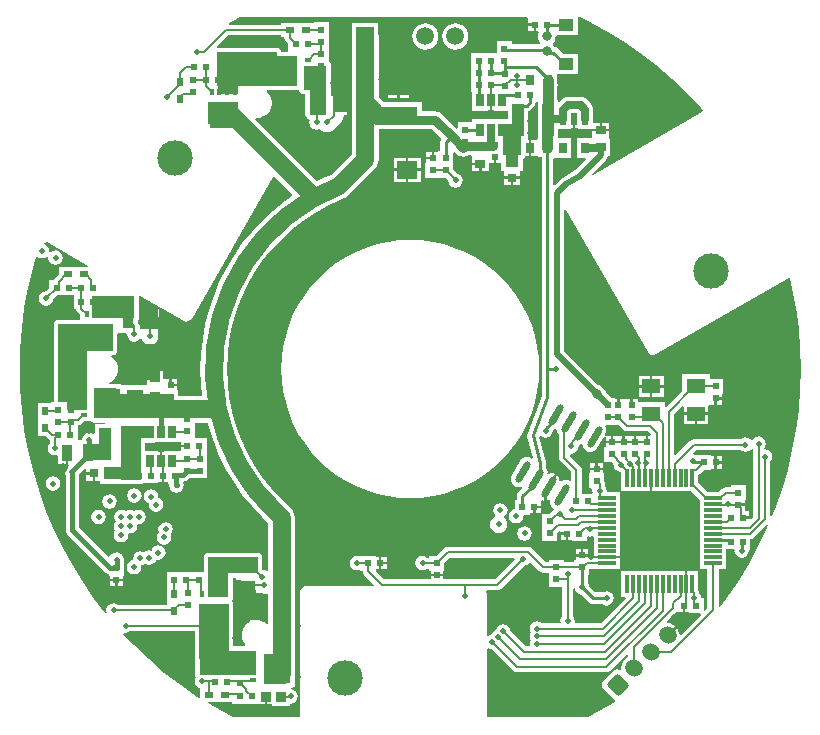
<source format=gtl>
G04*
G04 #@! TF.GenerationSoftware,Altium Limited,Altium Designer,19.1.5 (86)*
G04*
G04 Layer_Physical_Order=1*
G04 Layer_Color=255*
%FSLAX25Y25*%
%MOIN*%
G70*
G01*
G75*
%ADD10C,0.01000*%
%ADD22R,0.02200X0.02200*%
%ADD23R,0.03200X0.03200*%
%ADD24R,0.02200X0.02200*%
%ADD25R,0.03600X0.05800*%
%ADD26R,0.03000X0.02000*%
%ADD27R,0.02000X0.03000*%
%ADD28R,0.02165X0.01378*%
%ADD29R,0.03800X0.05600*%
%ADD30R,0.01378X0.02165*%
%ADD31R,0.05800X0.03600*%
%ADD32R,0.01181X0.05906*%
%ADD33R,0.05906X0.01181*%
%ADD34R,0.07874X0.04331*%
%ADD35R,0.03150X0.03150*%
%ADD36R,0.03937X0.10630*%
%ADD37R,0.03500X0.03000*%
%ADD38R,0.02600X0.04200*%
%ADD39R,0.05600X0.03800*%
%ADD40R,0.04331X0.07874*%
%ADD41R,0.03150X0.03150*%
%ADD42R,0.05118X0.10630*%
%ADD43R,0.04724X0.03937*%
%ADD44R,0.06890X0.06000*%
%ADD45R,0.03000X0.03500*%
%ADD46R,0.02400X0.04000*%
%ADD47R,0.02800X0.03800*%
%ADD48R,0.06299X0.05118*%
G04:AMPARAMS|DCode=49|XSize=23.62mil|YSize=78.74mil|CornerRadius=0mil|HoleSize=0mil|Usage=FLASHONLY|Rotation=330.000|XOffset=0mil|YOffset=0mil|HoleType=Round|Shape=Round|*
%AMOVALD49*
21,1,0.05512,0.02362,0.00000,0.00000,60.0*
1,1,0.02362,-0.01378,-0.02387*
1,1,0.02362,0.01378,0.02387*
%
%ADD49OVALD49*%

G04:AMPARAMS|DCode=50|XSize=23.62mil|YSize=78.74mil|CornerRadius=0mil|HoleSize=0mil|Usage=FLASHONLY|Rotation=330.000|XOffset=0mil|YOffset=0mil|HoleType=Round|Shape=Round|*
%AMOVALD50*
21,1,0.05512,0.02362,0.00000,0.00000,60.0*
1,1,0.02362,-0.01378,-0.02387*
1,1,0.02362,0.01378,0.02387*
%
%ADD50OVALD50*%

%ADD84C,0.06000*%
%ADD85C,0.00700*%
%ADD86C,0.00800*%
%ADD87C,0.02500*%
%ADD88C,0.03000*%
%ADD89C,0.02000*%
%ADD90C,0.01500*%
%ADD91C,0.03500*%
%ADD92R,0.01650X0.00473*%
%ADD93R,0.03744X0.01323*%
%ADD94R,0.02810X0.02820*%
%ADD95R,0.03126X0.19182*%
%ADD96R,0.06500X0.10000*%
%ADD97R,0.08563X0.11186*%
%ADD98R,0.09252X0.24615*%
%ADD99R,0.05450X0.18150*%
%ADD100R,0.05300X0.03950*%
%ADD101R,0.07950X0.04018*%
%ADD102R,0.06200X0.07180*%
%ADD103R,0.13630X0.11800*%
%ADD104R,0.13930X0.05720*%
%ADD105R,0.06890X0.13483*%
%ADD106R,0.09842X0.13966*%
%ADD107R,0.19164X0.08109*%
%ADD108R,0.01436X0.04331*%
%ADD109R,0.09347X0.05315*%
%ADD110R,0.06600X0.16100*%
%ADD111R,0.11060X0.04321*%
%ADD112R,0.03084X0.02953*%
%ADD113R,0.21057X0.07017*%
%ADD114R,0.14069X0.07200*%
%ADD115R,0.04700X0.26174*%
%ADD116R,0.09428X0.04703*%
%ADD117R,0.06506X0.28521*%
%ADD118R,0.08401X0.03676*%
%ADD119R,0.05601X0.10583*%
%ADD120R,0.07800X0.08107*%
%ADD121R,0.20010X0.11300*%
%ADD122R,0.06890X0.12410*%
%ADD123R,0.05984X0.07855*%
%ADD124R,0.06490X0.04172*%
%ADD125R,0.07598X0.09843*%
%ADD126R,0.09843X0.07598*%
%ADD127C,0.05906*%
%ADD128R,0.05906X0.05906*%
G04:AMPARAMS|DCode=129|XSize=55mil|YSize=60mil|CornerRadius=0mil|HoleSize=0mil|Usage=FLASHONLY|Rotation=45.000|XOffset=0mil|YOffset=0mil|HoleType=Round|Shape=Round|*
%AMOVALD129*
21,1,0.00500,0.05500,0.00000,0.00000,135.0*
1,1,0.05500,0.00177,-0.00177*
1,1,0.05500,-0.00177,0.00177*
%
%ADD129OVALD129*%

G04:AMPARAMS|DCode=130|XSize=55mil|YSize=60mil|CornerRadius=6.88mil|HoleSize=0mil|Usage=FLASHONLY|Rotation=45.000|XOffset=0mil|YOffset=0mil|HoleType=Round|Shape=RoundedRectangle|*
%AMROUNDEDRECTD130*
21,1,0.05500,0.04625,0,0,45.0*
21,1,0.04125,0.06000,0,0,45.0*
1,1,0.01375,0.03094,-0.00177*
1,1,0.01375,0.00177,-0.03094*
1,1,0.01375,-0.03094,0.00177*
1,1,0.01375,-0.00177,0.03094*
%
%ADD130ROUNDEDRECTD130*%
%ADD131C,0.11811*%
%ADD132C,0.01968*%
%ADD133C,0.03150*%
G36*
X39400Y116900D02*
Y115200D01*
X41500D01*
Y114800D01*
X41900D01*
Y112700D01*
X42504D01*
X42579Y112644D01*
X42819Y112200D01*
X42602Y111677D01*
X42500Y110900D01*
X42602Y110123D01*
X42902Y109400D01*
X43378Y108778D01*
X43417Y108748D01*
X43248Y108248D01*
X33900D01*
Y109300D01*
X28900D01*
Y105192D01*
X20413D01*
Y100191D01*
Y96192D01*
Y92191D01*
X20472D01*
Y86113D01*
X25872D01*
Y86513D01*
X26513D01*
Y89613D01*
X27312D01*
Y86513D01*
X27953D01*
Y86113D01*
X32663D01*
Y83298D01*
X30523D01*
X30386Y83270D01*
X29612D01*
Y83270D01*
X24213D01*
Y83270D01*
X20472D01*
Y82191D01*
X15913D01*
Y80331D01*
X15413Y80124D01*
X10468Y85068D01*
X9862Y85533D01*
X9157Y85825D01*
X8400Y85925D01*
X3845D01*
Y88900D01*
X-712D01*
X-1000Y88938D01*
X-8762D01*
X-10562Y90738D01*
Y96291D01*
X-10603Y96600D01*
X-10562Y96909D01*
Y110900D01*
X-10647Y111547D01*
Y115253D01*
X-14353D01*
X-15000Y115338D01*
X-15647Y115253D01*
X-19353D01*
Y111547D01*
X-19438Y110900D01*
Y96909D01*
X-19397Y96600D01*
X-19438Y96291D01*
Y88900D01*
Y71634D01*
X-26364Y64708D01*
X-29044Y63598D01*
X-31037Y62600D01*
X-51624Y83188D01*
X-51588Y83378D01*
X-51407Y83678D01*
X-50832D01*
X-50694Y83705D01*
X-50554D01*
X-49869Y83841D01*
X-49739Y83895D01*
X-49601Y83922D01*
X-48957Y84189D01*
X-48840Y84268D01*
X-48710Y84321D01*
X-48129Y84709D01*
X-48030Y84809D01*
X-47913Y84887D01*
X-47420Y85380D01*
X-47341Y85497D01*
X-47242Y85597D01*
X-46854Y86177D01*
X-46800Y86307D01*
X-46722Y86424D01*
X-46455Y87068D01*
X-46428Y87206D01*
X-46374Y87336D01*
X-46238Y88021D01*
Y88161D01*
X-46210Y88299D01*
Y88997D01*
X-46238Y89135D01*
Y89276D01*
X-46374Y89960D01*
X-46428Y90090D01*
X-46455Y90228D01*
X-46722Y90873D01*
X-46800Y90990D01*
X-46854Y91120D01*
X-47242Y91700D01*
X-47341Y91799D01*
X-47420Y91916D01*
X-47876Y92373D01*
X-47859Y92530D01*
X-47706Y92873D01*
X-45130D01*
X-45125Y92872D01*
X-37527D01*
X-37102Y92956D01*
X-37019Y92536D01*
X-36709Y92072D01*
X-36246Y91763D01*
X-35700Y91654D01*
X-34929D01*
Y84799D01*
X-34820Y84253D01*
X-34511Y83790D01*
X-34048Y83481D01*
X-33841Y83439D01*
X-33500Y83172D01*
X-33497Y82872D01*
X-33631Y82200D01*
X-33446Y81270D01*
X-32919Y80481D01*
X-32130Y79954D01*
X-31200Y79769D01*
X-30270Y79954D01*
X-30192Y80006D01*
X-30063Y79837D01*
X-29371Y79306D01*
X-28565Y78973D01*
X-27700Y78859D01*
X-26835Y78973D01*
X-26029Y79306D01*
X-25337Y79837D01*
X-24806Y80529D01*
X-24777Y80600D01*
X-24739Y80611D01*
X-24193Y81042D01*
X-22742Y82742D01*
X-22660Y82890D01*
X-22549Y83018D01*
X-22492Y83191D01*
X-22403Y83350D01*
X-22383Y83518D01*
X-22330Y83679D01*
X-22230Y84479D01*
X-22024Y84700D01*
X-21100D01*
Y88100D01*
X-24000D01*
Y88500D01*
X-24400D01*
Y92300D01*
X-26473D01*
Y95382D01*
Y101189D01*
X-26581Y101735D01*
X-26891Y102198D01*
X-27200Y102405D01*
Y106600D01*
Y110600D01*
Y115600D01*
X-32200D01*
Y115400D01*
X-43000D01*
Y114834D01*
X-60330D01*
X-60453Y115319D01*
X-59125Y116040D01*
X-56660Y117215D01*
X39031D01*
X39400Y116900D01*
D02*
G37*
G36*
X-43000Y110600D02*
X-41934D01*
Y110450D01*
X-41798Y109767D01*
X-41412Y109188D01*
X-40600Y108377D01*
Y105900D01*
X-40963Y105569D01*
X-42910D01*
Y105600D01*
X-43019Y106146D01*
X-43328Y106609D01*
X-43791Y106919D01*
X-44338Y107027D01*
X-64242D01*
X-64408Y107282D01*
X-64462Y107515D01*
X-60711Y111266D01*
X-43000D01*
Y110600D01*
D02*
G37*
G36*
X42453Y89013D02*
X42505Y88535D01*
Y76906D01*
X42400Y76450D01*
X42068Y76450D01*
X40300D01*
Y73700D01*
Y70950D01*
X42400D01*
X42800Y70709D01*
Y70550D01*
X43763D01*
Y100D01*
Y-9103D01*
X39128Y-21379D01*
X39094Y-21583D01*
X39024Y-21779D01*
X39033Y-21953D01*
X39004Y-22125D01*
X39051Y-22327D01*
X39061Y-22534D01*
X40827Y-29588D01*
X40384Y-29879D01*
X40123Y-29678D01*
X39495Y-29418D01*
X38821Y-29329D01*
X38147Y-29418D01*
X37519Y-29678D01*
X36980Y-30092D01*
X36567Y-30631D01*
X33811Y-35405D01*
X33551Y-36033D01*
X33462Y-36706D01*
X33551Y-37380D01*
X33811Y-38008D01*
X34225Y-38547D01*
X34764Y-38961D01*
X35392Y-39221D01*
X36065Y-39310D01*
X36739Y-39221D01*
X37072Y-39083D01*
X37355Y-39507D01*
X36042Y-40820D01*
X35622Y-41449D01*
X35475Y-42190D01*
Y-43486D01*
X34912D01*
Y-46646D01*
X34370Y-46754D01*
X33581Y-47281D01*
X33054Y-48070D01*
X32869Y-49000D01*
X33054Y-49930D01*
X33581Y-50719D01*
X34370Y-51246D01*
X35300Y-51431D01*
X36230Y-51246D01*
X37019Y-50719D01*
X37546Y-49930D01*
X37731Y-49000D01*
X37706Y-48872D01*
X38023Y-48486D01*
X39912D01*
Y-48086D01*
X41012D01*
Y-45986D01*
X41412D01*
Y-45586D01*
X43512D01*
Y-44126D01*
X43955Y-43748D01*
X44435Y-43911D01*
X45301Y-43854D01*
X46042Y-43489D01*
X46213Y-43551D01*
X46515Y-43733D01*
X46452Y-44206D01*
X46541Y-44880D01*
X46801Y-45508D01*
X47215Y-46047D01*
X47746Y-46454D01*
X47769Y-46533D01*
X47756Y-47003D01*
X47291Y-47314D01*
X46405Y-48200D01*
X44000D01*
Y-53200D01*
Y-57200D01*
X49000D01*
Y-54795D01*
X49718Y-54077D01*
X50218Y-54284D01*
Y-54484D01*
X52318D01*
Y-54884D01*
X52718D01*
Y-56984D01*
X53818D01*
Y-57384D01*
X58818D01*
Y-56100D01*
X59318Y-55715D01*
X59900Y-55831D01*
X60631Y-55686D01*
X61131Y-56001D01*
Y-58843D01*
Y-62942D01*
X59300D01*
Y-62500D01*
X57200D01*
X55100D01*
Y-63600D01*
X54700D01*
Y-64265D01*
X51088D01*
Y-63500D01*
X46088D01*
Y-64265D01*
X45072D01*
X40613Y-59806D01*
X40018Y-59408D01*
X39316Y-59269D01*
X12496D01*
X11794Y-59408D01*
X11199Y-59806D01*
X8814Y-62191D01*
X6409D01*
Y-62856D01*
X5654D01*
X5040Y-62445D01*
X4109Y-62260D01*
X3179Y-62445D01*
X2390Y-62972D01*
X1863Y-63761D01*
X1678Y-64691D01*
X1863Y-65621D01*
X2390Y-66410D01*
X3179Y-66937D01*
X4109Y-67122D01*
X5040Y-66937D01*
X5654Y-66526D01*
X6409D01*
Y-67191D01*
X6809D01*
Y-68291D01*
X8909D01*
X11009D01*
Y-67191D01*
X11409D01*
Y-64786D01*
X13257Y-62939D01*
X34668D01*
X34875Y-63439D01*
X28270Y-70044D01*
X11009D01*
Y-69091D01*
X8909D01*
X6809D01*
Y-70044D01*
X-8743D01*
X-11486Y-67300D01*
X-11345Y-66800D01*
X-10400D01*
Y-64700D01*
Y-62600D01*
X-11500D01*
Y-62200D01*
X-16500D01*
X-16500Y-62200D01*
X-17000Y-62328D01*
X-17800Y-62169D01*
X-18730Y-62354D01*
X-19519Y-62881D01*
X-20046Y-63670D01*
X-20231Y-64600D01*
X-20046Y-65530D01*
X-19519Y-66319D01*
X-18730Y-66846D01*
X-17800Y-67031D01*
X-17000Y-66872D01*
X-16500Y-67154D01*
Y-67200D01*
X-15835D01*
Y-67382D01*
X-15696Y-68084D01*
X-15298Y-68679D01*
X-12076Y-71902D01*
X-12267Y-72364D01*
X-34190Y-72364D01*
X-34702Y-72263D01*
X-35444Y-72411D01*
X-36072Y-72832D01*
X-36491Y-73461D01*
X-36637Y-74202D01*
X-36585Y-115795D01*
X-36939Y-116148D01*
X-58897D01*
X-59125Y-116040D01*
X-65117Y-112786D01*
X-67410Y-111381D01*
X-67274Y-110900D01*
X-59400D01*
Y-111600D01*
X-50600D01*
Y-111800D01*
X-48400D01*
Y-109200D01*
X-47600D01*
Y-111800D01*
X-46000D01*
Y-112200D01*
X-40000D01*
Y-111613D01*
X-39900Y-111531D01*
X-38970Y-111346D01*
X-38181Y-110819D01*
X-37654Y-110030D01*
X-37469Y-109100D01*
X-37654Y-108170D01*
X-38181Y-107381D01*
X-38970Y-106854D01*
X-39586Y-106731D01*
Y-106222D01*
X-39354Y-106175D01*
X-38891Y-105866D01*
X-38889Y-105863D01*
X-38558D01*
Y-105285D01*
X-38473Y-104857D01*
Y-101780D01*
X-38462Y-101700D01*
Y-96097D01*
Y-49590D01*
X-38613Y-48441D01*
X-39057Y-47371D01*
X-39762Y-46452D01*
X-40599Y-45615D01*
X-40750Y-45464D01*
X-41091Y-45115D01*
X-41091Y-45114D01*
X-41091D01*
X-41450Y-44783D01*
X-43182Y-43182D01*
X-46437Y-39661D01*
X-49405Y-35895D01*
X-52069Y-31908D01*
X-54412Y-27724D01*
X-56420Y-23370D01*
X-58079Y-18871D01*
X-59381Y-14256D01*
X-59784Y-12231D01*
X-60317Y-9553D01*
X-60880Y-4791D01*
X-61068Y0D01*
X-60880Y4791D01*
X-60317Y9553D01*
X-59381Y14256D01*
X-58079Y18871D01*
X-56420Y23370D01*
X-54412Y27724D01*
X-52069Y31908D01*
X-49405Y35895D01*
X-46437Y39661D01*
X-43182Y43182D01*
X-39661Y46437D01*
X-35895Y49405D01*
X-31908Y52069D01*
X-30555Y52827D01*
X-27724Y54412D01*
X-23370Y56420D01*
X-22192Y56855D01*
X-22206Y56890D01*
X-21587Y57147D01*
X-20668Y57852D01*
X-11862Y66658D01*
X-11157Y67577D01*
X-10713Y68647D01*
X-10562Y69796D01*
Y80062D01*
X-1000D01*
X-712Y80100D01*
X310D01*
X500Y80075D01*
X7188D01*
X10395Y76868D01*
X10110Y76441D01*
X9963Y75700D01*
Y72800D01*
X9400D01*
Y72400D01*
X7900D01*
Y70300D01*
X7500D01*
Y69900D01*
X5400D01*
Y68800D01*
X5000D01*
Y63800D01*
X11877D01*
X12687Y62990D01*
X12669Y62900D01*
X12854Y61970D01*
X13381Y61181D01*
X14170Y60654D01*
X15100Y60469D01*
X16030Y60654D01*
X16819Y61181D01*
X17346Y61970D01*
X17531Y62900D01*
X17346Y63830D01*
X16819Y64619D01*
X16030Y65146D01*
X15465Y65258D01*
X14400Y66323D01*
Y67800D01*
Y72156D01*
X14900Y72363D01*
X15653Y71610D01*
X16259Y71146D01*
X16964Y70853D01*
X17721Y70754D01*
X18478Y70853D01*
X19184Y71146D01*
X19341Y71267D01*
X20361D01*
X20663Y70891D01*
Y68792D01*
X23413D01*
Y68392D01*
X23813D01*
Y65891D01*
X26163D01*
Y68591D01*
X27812D01*
Y70692D01*
X28613D01*
Y68591D01*
X30312D01*
X30335Y68101D01*
Y65943D01*
X31325D01*
Y64200D01*
X33900D01*
X36475D01*
Y65943D01*
X37465D01*
Y69968D01*
X37530Y69981D01*
X37994Y70291D01*
X38303Y70754D01*
X38342Y70950D01*
X39500D01*
Y73700D01*
Y76450D01*
X39400D01*
Y85996D01*
X39609Y86038D01*
X40238Y86458D01*
X41323Y87543D01*
X41743Y88171D01*
X41890Y88913D01*
Y89013D01*
X42453D01*
D02*
G37*
G36*
X59125Y116040D02*
X65117Y112786D01*
X70931Y109224D01*
X76550Y105362D01*
X81959Y101211D01*
X87144Y96783D01*
X92090Y92090D01*
X96783Y87144D01*
X97225Y86627D01*
Y86627D01*
X97220Y86622D01*
X97486Y86224D01*
X97381Y85610D01*
X60923Y64561D01*
X60619Y64958D01*
X65218Y69557D01*
X65748Y70351D01*
X65869Y70961D01*
X66637D01*
Y76761D01*
X66479D01*
X66237Y77161D01*
Y79261D01*
X63487D01*
Y79661D01*
X63087D01*
Y82161D01*
X60980D01*
Y82841D01*
X61053Y83395D01*
X61003Y83774D01*
Y86509D01*
X60980Y86683D01*
Y86795D01*
X60966D01*
X60912Y87201D01*
X60645Y87845D01*
X60220Y88399D01*
X58756Y89863D01*
X58202Y90288D01*
X57558Y90555D01*
X56866Y90646D01*
X52490D01*
X51798Y90555D01*
X51154Y90288D01*
X50600Y89863D01*
X49705Y88968D01*
X49242Y89159D01*
Y89728D01*
X49051D01*
Y93780D01*
X49077Y93842D01*
X49168Y94534D01*
X49077Y95226D01*
X49051Y95288D01*
Y96491D01*
X49051Y96491D01*
X48943Y97314D01*
X48753Y97773D01*
Y98242D01*
X55762D01*
Y104980D01*
X50977D01*
X49098Y106859D01*
X48470Y107279D01*
X48120Y107348D01*
X48098Y107400D01*
X47622Y108022D01*
X47454Y108150D01*
Y108650D01*
X47622Y108778D01*
X48098Y109400D01*
X48398Y110123D01*
X48500Y110900D01*
X48480Y111056D01*
X48810Y111432D01*
X55762D01*
Y117215D01*
X56660D01*
X59125Y116040D01*
D02*
G37*
G36*
X55040Y80395D02*
X55780D01*
Y79995D01*
X60737D01*
Y77161D01*
X60365Y76852D01*
X55580D01*
Y70252D01*
X58338D01*
X58530Y69790D01*
X55013Y66273D01*
X50796Y63839D01*
X50555Y63628D01*
X50289Y63450D01*
X48099Y61260D01*
X47637Y61451D01*
Y70162D01*
X48100Y70252D01*
Y70252D01*
X53700D01*
Y76852D01*
X49242D01*
Y79995D01*
X53500D01*
Y80395D01*
X54240D01*
Y83395D01*
X55040D01*
Y80395D01*
D02*
G37*
G36*
X-107352Y34483D02*
X-107481Y34000D01*
X-117000D01*
Y31723D01*
X-118412Y30312D01*
X-118798Y29733D01*
X-118825Y29600D01*
X-120400D01*
Y27145D01*
X-121572Y25993D01*
X-122413Y25826D01*
X-123201Y25299D01*
X-123728Y24510D01*
X-123913Y23580D01*
X-123728Y22649D01*
X-123201Y21861D01*
X-122413Y21334D01*
X-121482Y21149D01*
X-120552Y21334D01*
X-119763Y21861D01*
X-119236Y22649D01*
X-119079Y23440D01*
X-117898Y24600D01*
X-112121D01*
Y19980D01*
X-111365D01*
X-111270Y19499D01*
X-110883Y18921D01*
X-109928Y17966D01*
Y16501D01*
X-117300D01*
X-117846Y16392D01*
X-118309Y16083D01*
X-118619Y15620D01*
X-118727Y15074D01*
Y-11100D01*
X-119900D01*
Y-11200D01*
X-124200D01*
Y-17000D01*
Y-22400D01*
X-121533D01*
X-120672Y-23262D01*
X-120184Y-23587D01*
Y-24764D01*
X-120646Y-25455D01*
X-120831Y-26385D01*
X-120646Y-27315D01*
X-120119Y-28104D01*
X-119330Y-28631D01*
X-118400Y-28816D01*
X-117900Y-28717D01*
X-117400Y-29127D01*
Y-31700D01*
X-114900D01*
Y-27900D01*
X-114100D01*
Y-31700D01*
X-113953D01*
X-113762Y-32162D01*
X-113832Y-32232D01*
X-114435Y-32635D01*
X-114962Y-33423D01*
X-115147Y-34354D01*
X-114962Y-35284D01*
X-114908Y-35364D01*
Y-53534D01*
X-114741Y-54373D01*
X-114266Y-55084D01*
X-101480Y-67870D01*
X-100768Y-68346D01*
X-100421Y-68415D01*
Y-68821D01*
X-100021D01*
Y-69920D01*
X-97921D01*
X-95821D01*
Y-68821D01*
X-95421D01*
Y-63820D01*
X-95421Y-63820D01*
X-95469Y-63500D01*
X-95498Y-63353D01*
X-95498Y-63352D01*
X-95502Y-63335D01*
X-95654Y-62570D01*
X-96181Y-61781D01*
X-96970Y-61254D01*
X-97900Y-61069D01*
X-98830Y-61254D01*
X-99619Y-61781D01*
X-100037Y-62406D01*
X-100611Y-62539D01*
X-110524Y-52626D01*
Y-35364D01*
X-110470Y-35284D01*
X-110417Y-35017D01*
X-108437Y-33037D01*
X-107975Y-33228D01*
Y-34400D01*
X-105400D01*
Y-34800D01*
X-105000D01*
Y-37375D01*
X-103257D01*
Y-38365D01*
X-96812D01*
X-96500Y-38427D01*
X-89900D01*
X-89354Y-38319D01*
X-89026Y-38100D01*
X-84000D01*
Y-37700D01*
X-82800D01*
Y-35600D01*
X-82000D01*
Y-37700D01*
X-80900D01*
Y-38100D01*
X-80628D01*
X-80291Y-38600D01*
X-80331Y-38800D01*
X-80146Y-39730D01*
X-79619Y-40519D01*
X-78830Y-41046D01*
X-77900Y-41231D01*
X-76970Y-41046D01*
X-76181Y-40519D01*
X-75654Y-39730D01*
X-75469Y-38800D01*
X-75640Y-37938D01*
X-75642Y-37849D01*
X-75375Y-37387D01*
X-74811Y-37275D01*
X-74100Y-36800D01*
X-73700Y-36400D01*
X-67700D01*
Y-32400D01*
Y-27400D01*
X-67800D01*
Y-23100D01*
X-71900D01*
Y-17885D01*
X-67546D01*
X-67084Y-19698D01*
X-65508Y-24433D01*
X-63598Y-29044D01*
X-61364Y-33507D01*
X-58817Y-37799D01*
X-55971Y-41899D01*
X-52839Y-45785D01*
X-49438Y-49438D01*
X-47340Y-51392D01*
X-47338Y-51394D01*
Y-67142D01*
X-47838Y-67409D01*
X-48370Y-67054D01*
X-49300Y-66869D01*
X-49473Y-66426D01*
Y-62600D01*
X-49581Y-62054D01*
X-49891Y-61591D01*
X-50354Y-61281D01*
X-50900Y-61173D01*
X-67389D01*
X-67935Y-61281D01*
X-68398Y-61591D01*
X-68708Y-62054D01*
X-68816Y-62600D01*
Y-67721D01*
X-81141D01*
Y-72720D01*
X-81041D01*
Y-78616D01*
X-97279D01*
X-97970Y-78154D01*
X-98900Y-77969D01*
X-99830Y-78154D01*
X-100619Y-78681D01*
X-101146Y-79470D01*
X-101331Y-80400D01*
X-101175Y-81185D01*
X-101642Y-81397D01*
X-105362Y-76550D01*
X-109224Y-70931D01*
X-112786Y-65117D01*
X-116040Y-59125D01*
X-118975Y-52971D01*
X-121584Y-46672D01*
X-123860Y-40245D01*
X-125797Y-33707D01*
X-127389Y-27077D01*
X-128631Y-20373D01*
X-129521Y-13613D01*
X-130056Y-6816D01*
X-130234Y0D01*
X-130056Y6816D01*
X-129521Y13613D01*
X-128631Y20373D01*
X-127389Y27077D01*
X-125797Y33707D01*
X-124749Y37244D01*
X-124176Y37419D01*
X-123630Y37054D01*
X-122700Y36869D01*
X-121770Y37054D01*
X-121055Y37532D01*
X-120774Y37422D01*
X-120594Y37284D01*
X-120631Y37100D01*
X-120446Y36170D01*
X-119919Y35381D01*
X-119130Y34854D01*
X-118200Y34669D01*
X-117270Y34854D01*
X-116481Y35381D01*
X-115954Y36170D01*
X-115769Y37100D01*
X-115954Y38030D01*
X-116481Y38819D01*
X-117270Y39346D01*
X-118200Y39531D01*
X-119130Y39346D01*
X-119845Y38868D01*
X-120125Y38978D01*
X-120306Y39116D01*
X-120269Y39300D01*
X-120454Y40230D01*
X-120981Y41019D01*
X-121770Y41546D01*
X-121932Y41578D01*
X-121949Y42091D01*
X-120979Y42351D01*
X-107352Y34483D01*
D02*
G37*
G36*
X-39259Y58271D02*
X-39304Y57772D01*
X-41899Y55971D01*
X-45785Y52839D01*
X-49438Y49438D01*
X-52839Y45785D01*
X-55971Y41899D01*
X-58817Y37799D01*
X-61364Y33507D01*
X-63598Y29044D01*
X-65508Y24433D01*
X-67084Y19698D01*
X-68318Y14862D01*
X-69204Y9950D01*
X-69738Y4988D01*
X-69916Y0D01*
X-69738Y-4988D01*
X-69345Y-8637D01*
X-69679Y-9009D01*
X-77373D01*
Y-8300D01*
X-77400Y-8162D01*
Y-6900D01*
X-77800D01*
Y-5800D01*
X-79900D01*
Y-5400D01*
X-80300D01*
Y-3300D01*
X-82000D01*
X-82250Y-2904D01*
Y-600D01*
X-84600D01*
Y-3100D01*
X-85000D01*
Y-3500D01*
X-87750D01*
Y-5204D01*
X-87750Y-5400D01*
X-87917Y-5400D01*
X-95739D01*
X-95980Y-5239D01*
X-96526Y-5130D01*
X-100452D01*
X-100551Y-4630D01*
X-100138Y-4459D01*
X-100021Y-4381D01*
X-99891Y-4327D01*
X-99310Y-3939D01*
X-99211Y-3840D01*
X-99094Y-3762D01*
X-98601Y-3268D01*
X-98523Y-3151D01*
X-98423Y-3052D01*
X-98035Y-2471D01*
X-97982Y-2341D01*
X-97903Y-2225D01*
X-97636Y-1580D01*
X-97609Y-1442D01*
X-97555Y-1312D01*
X-97419Y-628D01*
Y-487D01*
X-97391Y-349D01*
Y349D01*
X-97419Y487D01*
Y628D01*
X-97555Y1312D01*
X-97609Y1442D01*
X-97636Y1580D01*
X-97903Y2225D01*
X-97982Y2341D01*
X-98035Y2471D01*
X-98423Y3052D01*
X-98523Y3151D01*
X-98601Y3268D01*
X-99094Y3762D01*
X-99211Y3840D01*
X-99310Y3939D01*
X-99655Y4170D01*
X-99504Y4670D01*
X-99100D01*
X-98962Y4697D01*
X-98073D01*
Y5114D01*
X-97781Y5551D01*
X-97673Y6097D01*
Y7372D01*
X-97652Y7475D01*
Y11746D01*
X-97300Y12100D01*
X-94726D01*
X-94408Y11714D01*
X-94431Y11600D01*
X-94246Y10670D01*
X-93719Y9881D01*
X-92930Y9354D01*
X-92000Y9169D01*
X-91070Y9354D01*
X-90281Y9881D01*
X-90084Y10176D01*
X-89799Y10165D01*
X-89546Y10081D01*
X-89289Y9463D01*
X-88833Y8867D01*
X-88237Y8410D01*
X-87544Y8123D01*
X-86800Y8025D01*
X-86056Y8123D01*
X-85363Y8410D01*
X-84767Y8867D01*
X-84311Y9463D01*
X-84023Y10156D01*
X-83925Y10900D01*
X-84023Y11644D01*
X-84171Y12000D01*
X-83900Y12500D01*
X-83900D01*
Y15900D01*
X-86800D01*
X-89700D01*
Y13955D01*
X-90200Y13704D01*
X-90216Y13715D01*
Y14300D01*
X-90216Y14300D01*
X-90351Y14983D01*
X-90700Y15504D01*
Y16276D01*
X-90581Y16454D01*
X-90473Y17000D01*
Y24161D01*
X-90375Y24259D01*
X-90017Y24475D01*
X-75454Y16067D01*
X-74739Y15824D01*
X-73984Y15874D01*
X-73306Y16208D01*
X-72808Y16776D01*
X-45599Y63903D01*
X-45043Y64054D01*
X-39259Y58271D01*
D02*
G37*
G36*
X79231Y5651D02*
X79729Y5083D01*
X80407Y4748D01*
X81162Y4699D01*
X81877Y4942D01*
X126154Y30505D01*
X126613Y30307D01*
X127389Y27077D01*
X128631Y20373D01*
X129521Y13613D01*
X130056Y6816D01*
X130234Y0D01*
X130056Y-6816D01*
X129521Y-13613D01*
X128631Y-20373D01*
X127389Y-27077D01*
X125797Y-33707D01*
X123860Y-40245D01*
X121584Y-46672D01*
X120584Y-49086D01*
X120084Y-48987D01*
Y-30821D01*
X120546Y-30130D01*
X120731Y-29200D01*
X120546Y-28270D01*
X120019Y-27481D01*
X119230Y-26954D01*
X118300Y-26769D01*
X118022Y-26314D01*
X118346Y-25830D01*
X118531Y-24900D01*
X118346Y-23970D01*
X117819Y-23181D01*
X117030Y-22654D01*
X116100Y-22469D01*
X115170Y-22654D01*
X114381Y-23181D01*
X114101Y-23601D01*
X113499D01*
X113419Y-23481D01*
X112630Y-22954D01*
X111700Y-22769D01*
X110770Y-22954D01*
X110079Y-23416D01*
X94439D01*
X93757Y-23551D01*
X93178Y-23938D01*
X88399Y-28717D01*
X87937Y-28526D01*
Y-15011D01*
X90631Y-12317D01*
X91093Y-12508D01*
Y-14427D01*
X95243D01*
X99392D01*
Y-12288D01*
X99662Y-11900D01*
X101362D01*
Y-9800D01*
X101762D01*
Y-9400D01*
X103862D01*
Y-8300D01*
X104262D01*
Y-3300D01*
X99792D01*
Y-1813D01*
X90693D01*
Y-7208D01*
X85331Y-12570D01*
X84832Y-12363D01*
Y-10869D01*
X75862D01*
Y-9900D01*
X74162D01*
Y-12000D01*
X73362D01*
Y-9900D01*
X71662D01*
Y-9900D01*
X71500D01*
Y-9900D01*
X69800D01*
Y-12000D01*
X69000D01*
Y-9900D01*
X68388D01*
Y-9500D01*
X66849D01*
X65150Y-7802D01*
X65118Y-7555D01*
X64818Y-6831D01*
X64341Y-6210D01*
X63720Y-5733D01*
X62996Y-5433D01*
X62750Y-5401D01*
X51347Y6002D01*
Y52982D01*
X51830Y53111D01*
X79231Y5651D01*
D02*
G37*
G36*
X-106512Y-17409D02*
X-106049Y-17719D01*
X-105502Y-17827D01*
X-101805D01*
X-101618Y-17885D01*
X-101693Y-18385D01*
X-105190D01*
Y-21441D01*
X-105690Y-21708D01*
X-106070Y-21454D01*
X-107000Y-21269D01*
X-107930Y-21454D01*
X-108719Y-21981D01*
X-109246Y-22770D01*
X-109431Y-23700D01*
X-110600D01*
X-110800Y-23283D01*
Y-20133D01*
X-110652D01*
Y-18640D01*
X-110106Y-18532D01*
X-109527Y-18145D01*
X-108789Y-17406D01*
X-106514D01*
X-106512Y-17409D01*
D02*
G37*
G36*
X48575Y-20039D02*
X48799Y-20207D01*
X48881Y-20828D01*
X49141Y-21455D01*
X49555Y-21995D01*
X49560Y-21999D01*
Y-29505D01*
X49700Y-30207D01*
X50098Y-30803D01*
X53583Y-34288D01*
Y-36974D01*
X53135Y-37195D01*
X53113Y-37178D01*
X52485Y-36918D01*
X51812Y-36830D01*
X51138Y-36918D01*
X50510Y-37178D01*
X50131Y-37469D01*
X49823Y-37299D01*
X49684Y-37182D01*
X49630Y-36357D01*
X49246Y-35579D01*
X48900Y-35276D01*
X46450Y-39520D01*
X45757Y-39120D01*
X48207Y-34876D01*
X47772Y-34728D01*
X46906Y-34785D01*
X46165Y-35151D01*
X45994Y-35088D01*
X45692Y-34907D01*
X45755Y-34433D01*
X45666Y-33759D01*
X45406Y-33131D01*
X45200Y-32863D01*
Y-31342D01*
X45154Y-31109D01*
X45142Y-30872D01*
X43067Y-22580D01*
X43514Y-22308D01*
X44170Y-22746D01*
X45100Y-22931D01*
X46030Y-22746D01*
X46819Y-22219D01*
X47346Y-21430D01*
X47531Y-20500D01*
X47739Y-20168D01*
X48317Y-19929D01*
X48575Y-20039D01*
D02*
G37*
G36*
X71138Y-20262D02*
X71717Y-20649D01*
X72400Y-20784D01*
X79185D01*
X80201Y-21800D01*
X79994Y-22300D01*
X79300D01*
Y-24400D01*
X78500D01*
Y-22300D01*
X76800D01*
Y-22300D01*
X75400D01*
Y-24400D01*
X74600D01*
Y-22300D01*
X71500D01*
Y-24400D01*
X70700D01*
Y-22300D01*
X67600D01*
Y-24400D01*
X67200D01*
Y-24800D01*
X65100D01*
Y-25900D01*
X64700D01*
Y-30900D01*
X67177D01*
X67278Y-31001D01*
X67291Y-31071D01*
X67678Y-31650D01*
X67879Y-31850D01*
X67869Y-31900D01*
X68054Y-32830D01*
X68581Y-33619D01*
X69370Y-34146D01*
X70300Y-34331D01*
X70383Y-34818D01*
Y-40536D01*
X93494D01*
X96564Y-43606D01*
Y-46988D01*
Y-50969D01*
Y-52938D01*
Y-56875D01*
Y-58843D01*
Y-62780D01*
Y-66717D01*
X99081D01*
Y-79701D01*
X98262Y-80520D01*
X97800Y-80329D01*
Y-76400D01*
X97113D01*
X97031Y-76300D01*
X96846Y-75370D01*
X96334Y-74604D01*
Y-74502D01*
X96198Y-73819D01*
X96017Y-73548D01*
Y-67264D01*
X70383D01*
Y-75969D01*
X71605D01*
X71797Y-76431D01*
X63512Y-84716D01*
X55183D01*
X54865Y-84329D01*
X54931Y-84000D01*
X54746Y-83070D01*
X54335Y-82455D01*
Y-73182D01*
X54835Y-73133D01*
X54954Y-73730D01*
X55481Y-74519D01*
X56270Y-75046D01*
X56815Y-75154D01*
X59440Y-77779D01*
X60068Y-78199D01*
X60809Y-78347D01*
X64091D01*
X64553Y-78655D01*
X65483Y-78840D01*
X66414Y-78655D01*
X67202Y-78128D01*
X67729Y-77340D01*
X67914Y-76410D01*
X67729Y-75479D01*
X67202Y-74691D01*
X66414Y-74164D01*
X65483Y-73979D01*
X64553Y-74164D01*
X64091Y-74472D01*
X61612D01*
X59554Y-72415D01*
X59446Y-71870D01*
X59137Y-71408D01*
Y-68600D01*
X59700D01*
Y-66511D01*
X61131D01*
Y-66717D01*
X69836D01*
Y-62780D01*
Y-60812D01*
Y-56875D01*
Y-52938D01*
Y-50969D01*
Y-47032D01*
Y-45064D01*
Y-41083D01*
X65809D01*
X65492Y-40696D01*
X65531Y-40500D01*
X65346Y-39570D01*
X64906Y-38911D01*
Y-38321D01*
X64906Y-38321D01*
X64770Y-37638D01*
X64600Y-37384D01*
Y-34800D01*
X64200D01*
Y-33700D01*
X62100D01*
X60000D01*
Y-34800D01*
X59600D01*
Y-39800D01*
X60414D01*
X60731Y-40187D01*
X60669Y-40500D01*
X60786Y-41086D01*
X60403Y-41586D01*
X57253D01*
Y-33528D01*
X57114Y-32825D01*
X56716Y-32230D01*
X53388Y-28902D01*
X53401Y-28561D01*
X53747Y-28175D01*
X54677Y-27990D01*
X55466Y-27463D01*
X55993Y-26675D01*
X56178Y-25744D01*
X56136Y-25536D01*
X56399Y-25168D01*
X56978Y-24929D01*
X57235Y-25039D01*
X57459Y-25207D01*
X57541Y-25828D01*
X57801Y-26455D01*
X58215Y-26995D01*
X58754Y-27408D01*
X59382Y-27668D01*
X60056Y-27757D01*
X60729Y-27668D01*
X61357Y-27408D01*
X61897Y-26995D01*
X62310Y-26455D01*
X64600Y-22490D01*
X65100Y-22623D01*
Y-24000D01*
X66800D01*
Y-22300D01*
X65287D01*
X64966Y-21856D01*
X65066Y-21682D01*
X65326Y-21054D01*
X65415Y-20380D01*
X65326Y-19706D01*
X65066Y-19079D01*
X65006Y-19000D01*
X65252Y-18500D01*
X69377D01*
X71138Y-20262D01*
D02*
G37*
G36*
X114316Y-26993D02*
Y-49261D01*
X113462Y-50115D01*
X113000Y-49923D01*
Y-49900D01*
X110900D01*
Y-49100D01*
X113000D01*
Y-47400D01*
X111959D01*
X111500Y-47300D01*
Y-45600D01*
X109400D01*
Y-44800D01*
X111500D01*
Y-43700D01*
X111900D01*
Y-38700D01*
X106900D01*
Y-39416D01*
X105152D01*
X105152Y-39416D01*
X104469Y-39551D01*
X103890Y-39938D01*
X103890Y-39938D01*
X102746Y-41083D01*
X99087D01*
X96052Y-38047D01*
Y-36424D01*
X96052Y-36424D01*
X96017Y-36252D01*
Y-35219D01*
X96581Y-34842D01*
X97823Y-33600D01*
X100300D01*
Y-33200D01*
X101400D01*
Y-31100D01*
Y-29000D01*
X100300D01*
Y-28600D01*
X95300D01*
X95300Y-28600D01*
X94835Y-28515D01*
X94434Y-28436D01*
X94270Y-27893D01*
X95178Y-26984D01*
X110079D01*
X110770Y-27446D01*
X111700Y-27631D01*
X112630Y-27446D01*
X113419Y-26919D01*
X113468Y-26846D01*
X114110Y-26785D01*
X114316Y-26993D01*
D02*
G37*
G36*
X-76560Y-24379D02*
X-76400Y-24813D01*
Y-25200D01*
X-74300D01*
Y-26000D01*
X-76400D01*
Y-26787D01*
X-76560Y-27221D01*
X-81960D01*
Y-27621D01*
X-82600D01*
Y-30721D01*
X-83400D01*
Y-27621D01*
X-84040D01*
Y-27221D01*
X-88473D01*
Y-24527D01*
X-85440D01*
X-84894Y-24419D01*
X-84834Y-24379D01*
X-80300D01*
Y-24379D01*
X-76560D01*
D02*
G37*
G36*
X119340Y-52091D02*
X118975Y-52971D01*
X116040Y-59125D01*
X112786Y-65117D01*
X109224Y-70931D01*
X105362Y-76550D01*
X103225Y-79334D01*
X102752Y-79174D01*
Y-66717D01*
X105269D01*
Y-64749D01*
Y-60000D01*
X107774D01*
X108092Y-60387D01*
X108069Y-60500D01*
X108254Y-61430D01*
X108781Y-62219D01*
X109570Y-62746D01*
X110500Y-62931D01*
X111430Y-62746D01*
X112219Y-62219D01*
X112746Y-61430D01*
X112931Y-60500D01*
X112908Y-60387D01*
X113226Y-60000D01*
X113400D01*
Y-56652D01*
X113999Y-56533D01*
X114577Y-56146D01*
X118916Y-51808D01*
X119340Y-52091D01*
D02*
G37*
G36*
X91700Y-81000D02*
X92800D01*
Y-81400D01*
X96729D01*
X96920Y-81862D01*
X90242Y-88540D01*
X89714Y-88361D01*
X89645Y-87836D01*
X89267Y-86923D01*
X88758Y-86260D01*
X86098Y-88921D01*
X85532Y-88355D01*
X88193Y-85694D01*
X87529Y-85185D01*
X86617Y-84807D01*
X85775Y-84697D01*
X85536Y-84228D01*
X88719Y-81045D01*
X89200Y-81000D01*
X89200Y-81000D01*
X89200Y-81000D01*
X90900D01*
Y-78900D01*
X91700D01*
Y-81000D01*
D02*
G37*
G36*
X43014Y-67398D02*
X43609Y-67796D01*
X44312Y-67935D01*
X46088D01*
Y-72500D01*
X50665D01*
Y-82455D01*
X50254Y-83070D01*
X50069Y-84000D01*
X50134Y-84329D01*
X49817Y-84716D01*
X43821D01*
X43130Y-84254D01*
X42200Y-84069D01*
X41270Y-84254D01*
X40481Y-84781D01*
X39954Y-85570D01*
X39769Y-86500D01*
X39954Y-87430D01*
X40191Y-87784D01*
X39954Y-88138D01*
X39769Y-89069D01*
X39954Y-89999D01*
X40191Y-90353D01*
X39954Y-90707D01*
X39769Y-91637D01*
X39848Y-92035D01*
X39531Y-92421D01*
X38545D01*
X33408Y-87285D01*
X33246Y-86470D01*
X32719Y-85681D01*
X31930Y-85154D01*
X31000Y-84969D01*
X30070Y-85154D01*
X29281Y-85681D01*
X28754Y-86470D01*
X28671Y-86887D01*
X28253Y-86970D01*
X27465Y-87497D01*
X26938Y-88286D01*
X26855Y-88703D01*
X26437Y-88787D01*
X25950Y-89112D01*
X25450Y-88845D01*
Y-78008D01*
X25447Y-77989D01*
Y-75100D01*
X25299Y-74359D01*
X25203Y-74214D01*
X25470Y-73714D01*
X29030D01*
X29733Y-73575D01*
X30328Y-73177D01*
X37915Y-65590D01*
X38640Y-65446D01*
X39428Y-64919D01*
X39653Y-64583D01*
X40150Y-64534D01*
X43014Y-67398D01*
D02*
G37*
G36*
X-58200Y-72000D02*
X-54400D01*
Y-72400D01*
X-54000D01*
Y-75300D01*
X-50600D01*
Y-74880D01*
X-50100Y-74646D01*
X-49544Y-74877D01*
X-48800Y-74975D01*
X-48056Y-74877D01*
X-47838Y-74786D01*
X-47338Y-75120D01*
Y-84755D01*
X-47838Y-84962D01*
X-47913Y-84887D01*
X-48030Y-84809D01*
X-48129Y-84709D01*
X-48710Y-84321D01*
X-48840Y-84268D01*
X-48957Y-84189D01*
X-49601Y-83922D01*
X-49739Y-83895D01*
X-49869Y-83841D01*
X-50554Y-83705D01*
X-50694D01*
X-50832Y-83678D01*
X-51530D01*
X-51668Y-83705D01*
X-51809D01*
X-52237Y-83790D01*
X-52673Y-83445D01*
X-52700Y-83386D01*
Y-80200D01*
X-55100D01*
Y-83700D01*
X-53531D01*
X-53413Y-84161D01*
X-53421Y-84200D01*
X-53523Y-84268D01*
X-53653Y-84321D01*
X-54233Y-84709D01*
X-54332Y-84809D01*
X-54449Y-84887D01*
X-54943Y-85380D01*
X-55021Y-85497D01*
X-55120Y-85597D01*
X-55508Y-86177D01*
X-55562Y-86307D01*
X-55640Y-86424D01*
X-55907Y-87068D01*
X-55935Y-87206D01*
X-55988Y-87336D01*
X-56124Y-88021D01*
Y-88161D01*
X-56152Y-88299D01*
Y-88997D01*
X-56124Y-89135D01*
Y-89276D01*
X-55988Y-89960D01*
X-55935Y-90090D01*
X-55907Y-90228D01*
X-55640Y-90873D01*
X-55562Y-90990D01*
X-55508Y-91120D01*
X-55120Y-91700D01*
X-55021Y-91799D01*
X-54975Y-91868D01*
X-55053Y-92182D01*
X-55130Y-92368D01*
X-59072D01*
Y-82820D01*
Y-78327D01*
X-59180Y-77781D01*
X-59344Y-77535D01*
X-59453Y-77205D01*
X-59344Y-76874D01*
X-59180Y-76629D01*
X-59072Y-76083D01*
Y-69748D01*
X-58200D01*
Y-72000D01*
D02*
G37*
G36*
X-71768Y-93791D02*
X-71769Y-93795D01*
Y-101904D01*
X-71661Y-102450D01*
X-71446Y-102771D01*
X-71646Y-103070D01*
X-71831Y-104000D01*
X-71646Y-104930D01*
X-71119Y-105719D01*
X-70330Y-106246D01*
X-70000Y-106312D01*
Y-109282D01*
X-70436Y-109527D01*
X-70931Y-109224D01*
X-76550Y-105362D01*
X-81959Y-101211D01*
X-87144Y-96783D01*
X-92090Y-92090D01*
X-95704Y-88281D01*
X-95451Y-87821D01*
X-94900Y-87931D01*
X-93970Y-87746D01*
X-93279Y-87284D01*
X-71768D01*
Y-93791D01*
D02*
G37*
G36*
X26437Y-93278D02*
X27252Y-93440D01*
X34416Y-100604D01*
X34416Y-100604D01*
X34995Y-100991D01*
X35678Y-101127D01*
X35678Y-101127D01*
X65328D01*
X66011Y-100991D01*
X66590Y-100604D01*
X72206Y-94989D01*
X72667Y-95180D01*
Y-95865D01*
X72410Y-95972D01*
X71543Y-96637D01*
X70878Y-97504D01*
X70460Y-98513D01*
X70317Y-99597D01*
X70384Y-100103D01*
X69918Y-100393D01*
X69749Y-100281D01*
X68935Y-100119D01*
X68120Y-100281D01*
X67430Y-100742D01*
X64513Y-103659D01*
X64052Y-104350D01*
X63890Y-105164D01*
X64052Y-105979D01*
X64513Y-106669D01*
X67783Y-109940D01*
X68272Y-110266D01*
X68298Y-110837D01*
X65117Y-112786D01*
X59125Y-116040D01*
X58897Y-116148D01*
X25450D01*
Y-93220D01*
X25950Y-92953D01*
X26437Y-93278D01*
D02*
G37*
%LPC*%
G36*
X41100Y114400D02*
X39400D01*
Y112700D01*
X41100D01*
Y114400D01*
D02*
G37*
G36*
X-4600Y114834D02*
Y111300D01*
X-1066D01*
X-1149Y111932D01*
X-1547Y112893D01*
X-2181Y113719D01*
X-3007Y114353D01*
X-3968Y114751D01*
X-4600Y114834D01*
D02*
G37*
G36*
X-5400D02*
X-6032Y114751D01*
X-6993Y114353D01*
X-7819Y113719D01*
X-8453Y112893D01*
X-8851Y111932D01*
X-8934Y111300D01*
X-5400D01*
Y114834D01*
D02*
G37*
G36*
X-1066Y110500D02*
X-4600D01*
Y106966D01*
X-3968Y107049D01*
X-3007Y107447D01*
X-2181Y108081D01*
X-1547Y108907D01*
X-1149Y109868D01*
X-1066Y110500D01*
D02*
G37*
G36*
X-5400D02*
X-8934D01*
X-8851Y109868D01*
X-8453Y108907D01*
X-7819Y108081D01*
X-6993Y107447D01*
X-6032Y107049D01*
X-5400Y106966D01*
Y110500D01*
D02*
G37*
G36*
X15000Y115290D02*
X13864Y115141D01*
X12805Y114702D01*
X11896Y114004D01*
X11198Y113095D01*
X10759Y112036D01*
X10610Y110900D01*
X10759Y109764D01*
X11198Y108705D01*
X11896Y107796D01*
X12805Y107098D01*
X13864Y106659D01*
X15000Y106510D01*
X16136Y106659D01*
X17195Y107098D01*
X18104Y107796D01*
X18802Y108705D01*
X19241Y109764D01*
X19390Y110900D01*
X19241Y112036D01*
X18802Y113095D01*
X18104Y114004D01*
X17195Y114702D01*
X16136Y115141D01*
X15000Y115290D01*
D02*
G37*
G36*
X5000D02*
X3864Y115141D01*
X2805Y114702D01*
X1896Y114004D01*
X1198Y113095D01*
X759Y112036D01*
X610Y110900D01*
X759Y109764D01*
X1198Y108705D01*
X1896Y107796D01*
X2805Y107098D01*
X3864Y106659D01*
X5000Y106510D01*
X6136Y106659D01*
X7195Y107098D01*
X8104Y107796D01*
X8802Y108705D01*
X9241Y109764D01*
X9390Y110900D01*
X9241Y112036D01*
X8802Y113095D01*
X8104Y114004D01*
X7195Y114702D01*
X6136Y115141D01*
X5000Y115290D01*
D02*
G37*
G36*
X-332Y102915D02*
X-3491D01*
Y97000D01*
X-332D01*
Y102915D01*
D02*
G37*
G36*
X-4291D02*
X-7450D01*
Y97000D01*
X-4291D01*
Y102915D01*
D02*
G37*
G36*
X-332Y96200D02*
X-3491D01*
Y90285D01*
X-332D01*
Y96200D01*
D02*
G37*
G36*
X-4291D02*
X-7450D01*
Y90285D01*
X-4291D01*
Y96200D01*
D02*
G37*
G36*
X-21100Y92300D02*
X-23600D01*
Y88900D01*
X-21100D01*
Y92300D01*
D02*
G37*
G36*
X7100Y72400D02*
X5400D01*
Y70700D01*
X7100D01*
Y72400D01*
D02*
G37*
G36*
X3445Y70500D02*
X-600D01*
Y66900D01*
X3445D01*
Y70500D01*
D02*
G37*
G36*
X-1400D02*
X-5445D01*
Y66900D01*
X-1400D01*
Y70500D01*
D02*
G37*
G36*
X23013Y67992D02*
X20663D01*
Y65891D01*
X23013D01*
Y67992D01*
D02*
G37*
G36*
X3445Y66100D02*
X-600D01*
Y62500D01*
X3445D01*
Y66100D01*
D02*
G37*
G36*
X-1400D02*
X-5445D01*
Y62500D01*
X-1400D01*
Y66100D01*
D02*
G37*
G36*
X36475Y63400D02*
X34300D01*
Y61225D01*
X36475D01*
Y63400D01*
D02*
G37*
G36*
X33500D02*
X31325D01*
Y61225D01*
X33500D01*
Y63400D01*
D02*
G37*
G36*
X0Y43029D02*
X-3750Y42866D01*
X-7472Y42376D01*
X-11137Y41563D01*
X-14717Y40435D01*
X-18185Y38998D01*
X-21515Y37265D01*
X-24681Y35248D01*
X-27659Y32963D01*
X-30426Y30426D01*
X-32963Y27659D01*
X-35248Y24681D01*
X-37265Y21515D01*
X-38998Y18185D01*
X-40435Y14717D01*
X-41563Y11137D01*
X-42376Y7472D01*
X-42866Y3750D01*
X-43029Y0D01*
X-42866Y-3750D01*
X-42376Y-7472D01*
X-41563Y-11137D01*
X-40435Y-14717D01*
X-38998Y-18185D01*
X-37265Y-21515D01*
X-35248Y-24681D01*
X-32963Y-27659D01*
X-30426Y-30426D01*
X-27659Y-32963D01*
X-24681Y-35248D01*
X-21515Y-37265D01*
X-18185Y-38998D01*
X-14717Y-40435D01*
X-11137Y-41563D01*
X-7472Y-42376D01*
X-3750Y-42866D01*
X0Y-43029D01*
X3750Y-42866D01*
X7472Y-42376D01*
X11137Y-41563D01*
X14717Y-40435D01*
X18185Y-38998D01*
X21515Y-37265D01*
X24681Y-35248D01*
X27659Y-32963D01*
X30426Y-30426D01*
X32963Y-27659D01*
X35248Y-24681D01*
X37265Y-21515D01*
X38998Y-18185D01*
X40435Y-14717D01*
X41563Y-11137D01*
X42376Y-7472D01*
X42866Y-3750D01*
X43029Y0D01*
X42866Y3750D01*
X42376Y7472D01*
X41563Y11137D01*
X40435Y14717D01*
X38998Y18185D01*
X37265Y21515D01*
X35248Y24681D01*
X32963Y27659D01*
X30426Y30426D01*
X27659Y32963D01*
X24681Y35248D01*
X21515Y37265D01*
X18185Y38998D01*
X14717Y40435D01*
X11137Y41563D01*
X7472Y42376D01*
X3750Y42866D01*
X0Y43029D01*
D02*
G37*
G36*
X43512Y-46386D02*
X41812D01*
Y-48086D01*
X43512D01*
Y-46386D01*
D02*
G37*
G36*
X30000Y-44669D02*
X29070Y-44854D01*
X28281Y-45381D01*
X27754Y-46170D01*
X27569Y-47100D01*
X27754Y-48030D01*
X28184Y-48673D01*
X28096Y-49251D01*
X28072Y-49261D01*
X27477Y-49717D01*
X27020Y-50313D01*
X26733Y-51006D01*
X26635Y-51750D01*
X26733Y-52494D01*
X27020Y-53187D01*
X27477Y-53783D01*
X28072Y-54239D01*
X28765Y-54527D01*
X29509Y-54625D01*
X30253Y-54527D01*
X30947Y-54239D01*
X31542Y-53783D01*
X31999Y-53187D01*
X32286Y-52494D01*
X32384Y-51750D01*
X32286Y-51006D01*
X31999Y-50313D01*
X31542Y-49717D01*
X31339Y-49562D01*
X31355Y-49062D01*
X31719Y-48819D01*
X32246Y-48030D01*
X32431Y-47100D01*
X32246Y-46170D01*
X31719Y-45381D01*
X30930Y-44854D01*
X30000Y-44669D01*
D02*
G37*
G36*
X51918Y-55284D02*
X50218D01*
Y-56984D01*
X51918D01*
Y-55284D01*
D02*
G37*
G36*
X38100Y-52369D02*
X37170Y-52554D01*
X36381Y-53081D01*
X35854Y-53870D01*
X35669Y-54800D01*
X35854Y-55730D01*
X36381Y-56519D01*
X37170Y-57046D01*
X38100Y-57231D01*
X39030Y-57046D01*
X39819Y-56519D01*
X40346Y-55730D01*
X40531Y-54800D01*
X40346Y-53870D01*
X39819Y-53081D01*
X39030Y-52554D01*
X38100Y-52369D01*
D02*
G37*
G36*
X59300Y-60000D02*
X57600D01*
Y-61700D01*
X59300D01*
Y-60000D01*
D02*
G37*
G36*
X56800D02*
X55100D01*
Y-61700D01*
X56800D01*
Y-60000D01*
D02*
G37*
G36*
X-7900Y-62600D02*
X-9600D01*
Y-64300D01*
X-7900D01*
Y-62600D01*
D02*
G37*
G36*
Y-65100D02*
X-9600D01*
Y-66800D01*
X-7900D01*
Y-65100D01*
D02*
G37*
G36*
X66237Y82161D02*
X63887D01*
Y80061D01*
X66237D01*
Y82161D01*
D02*
G37*
G36*
X-105800Y-35200D02*
X-107975D01*
Y-37375D01*
X-105800D01*
Y-35200D01*
D02*
G37*
G36*
X-119100Y-35769D02*
X-120030Y-35954D01*
X-120819Y-36481D01*
X-121346Y-37270D01*
X-121531Y-38200D01*
X-121346Y-39130D01*
X-120819Y-39919D01*
X-120030Y-40446D01*
X-119100Y-40631D01*
X-118170Y-40446D01*
X-117381Y-39919D01*
X-116854Y-39130D01*
X-116669Y-38200D01*
X-116854Y-37270D01*
X-117381Y-36481D01*
X-118170Y-35954D01*
X-119100Y-35769D01*
D02*
G37*
G36*
X-92000Y-39769D02*
X-92930Y-39954D01*
X-93719Y-40481D01*
X-94246Y-41270D01*
X-94431Y-42200D01*
X-94246Y-43130D01*
X-93719Y-43919D01*
X-92930Y-44446D01*
X-92000Y-44631D01*
X-91070Y-44446D01*
X-90281Y-43919D01*
X-89754Y-43130D01*
X-89569Y-42200D01*
X-89754Y-41270D01*
X-90281Y-40481D01*
X-91070Y-39954D01*
X-92000Y-39769D01*
D02*
G37*
G36*
X-100200Y-41669D02*
X-101130Y-41854D01*
X-101919Y-42381D01*
X-102446Y-43170D01*
X-102631Y-44100D01*
X-102446Y-45030D01*
X-101919Y-45819D01*
X-101130Y-46346D01*
X-100200Y-46531D01*
X-99270Y-46346D01*
X-98481Y-45819D01*
X-97954Y-45030D01*
X-97769Y-44100D01*
X-97954Y-43170D01*
X-98481Y-42381D01*
X-99270Y-41854D01*
X-100200Y-41669D01*
D02*
G37*
G36*
X-86375Y-40094D02*
X-87305Y-40279D01*
X-88094Y-40806D01*
X-88621Y-41595D01*
X-88806Y-42525D01*
X-88621Y-43455D01*
X-88094Y-44244D01*
X-87305Y-44771D01*
X-87152Y-44802D01*
X-87231Y-45200D01*
X-87046Y-46130D01*
X-86519Y-46919D01*
X-85730Y-47446D01*
X-84800Y-47631D01*
X-83870Y-47446D01*
X-83081Y-46919D01*
X-82554Y-46130D01*
X-82369Y-45200D01*
X-82554Y-44270D01*
X-83081Y-43481D01*
X-83870Y-42954D01*
X-84023Y-42924D01*
X-83944Y-42525D01*
X-84129Y-41595D01*
X-84656Y-40806D01*
X-85445Y-40279D01*
X-86375Y-40094D01*
D02*
G37*
G36*
X-103900Y-46869D02*
X-104830Y-47054D01*
X-105619Y-47581D01*
X-106146Y-48370D01*
X-106331Y-49300D01*
X-106146Y-50230D01*
X-105619Y-51019D01*
X-104830Y-51546D01*
X-103900Y-51731D01*
X-102970Y-51546D01*
X-102181Y-51019D01*
X-101654Y-50230D01*
X-101469Y-49300D01*
X-101654Y-48370D01*
X-102181Y-47581D01*
X-102970Y-47054D01*
X-103900Y-46869D01*
D02*
G37*
G36*
X-96260Y-46857D02*
X-97191Y-47042D01*
X-97979Y-47569D01*
X-98506Y-48358D01*
X-98691Y-49288D01*
X-98506Y-50218D01*
X-98180Y-50707D01*
X-98614Y-51358D01*
X-98800Y-52288D01*
X-98614Y-53219D01*
X-98294Y-53699D01*
X-98703Y-54311D01*
X-98888Y-55241D01*
X-98703Y-56171D01*
X-98176Y-56960D01*
X-97387Y-57487D01*
X-96457Y-57672D01*
X-95526Y-57487D01*
X-94738Y-56960D01*
X-94211Y-56171D01*
X-94026Y-55241D01*
X-94071Y-55012D01*
X-93718Y-54658D01*
X-93412Y-54719D01*
X-92481Y-54534D01*
X-91693Y-54007D01*
X-91166Y-53219D01*
X-90981Y-52288D01*
X-91021Y-52089D01*
X-90667Y-51736D01*
X-90512Y-51766D01*
X-89582Y-51581D01*
X-88793Y-51054D01*
X-88266Y-50266D01*
X-88081Y-49335D01*
X-88266Y-48405D01*
X-88793Y-47616D01*
X-89582Y-47089D01*
X-90512Y-46905D01*
X-91442Y-47089D01*
X-91944Y-47425D01*
X-92447Y-47089D01*
X-93377Y-46905D01*
X-94307Y-47089D01*
X-94783Y-47408D01*
X-95330Y-47042D01*
X-96260Y-46857D01*
D02*
G37*
G36*
X-81500Y-50969D02*
X-82430Y-51154D01*
X-83219Y-51681D01*
X-83746Y-52470D01*
X-83931Y-53400D01*
X-83746Y-54330D01*
X-83745Y-54332D01*
X-83819Y-54381D01*
X-84346Y-55170D01*
X-84531Y-56100D01*
X-84346Y-57030D01*
X-83819Y-57819D01*
X-83030Y-58346D01*
X-82100Y-58531D01*
X-81170Y-58346D01*
X-80381Y-57819D01*
X-79854Y-57030D01*
X-79669Y-56100D01*
X-79854Y-55170D01*
X-79855Y-55168D01*
X-79781Y-55119D01*
X-79254Y-54330D01*
X-79069Y-53400D01*
X-79254Y-52470D01*
X-79781Y-51681D01*
X-80570Y-51154D01*
X-81500Y-50969D01*
D02*
G37*
G36*
X-83989Y-58735D02*
X-84919Y-58920D01*
X-85708Y-59447D01*
X-86234Y-60236D01*
X-86312Y-60626D01*
X-87100Y-60469D01*
X-88030Y-60654D01*
X-88700Y-61101D01*
X-89070Y-60854D01*
X-90000Y-60669D01*
X-90930Y-60854D01*
X-91719Y-61381D01*
X-92246Y-62170D01*
X-92431Y-63100D01*
X-92325Y-63631D01*
X-92946Y-63754D01*
X-93735Y-64281D01*
X-94262Y-65070D01*
X-94447Y-66000D01*
X-94262Y-66930D01*
X-93735Y-67719D01*
X-92946Y-68246D01*
X-92016Y-68431D01*
X-91085Y-68246D01*
X-90297Y-67719D01*
X-89770Y-66930D01*
X-89585Y-66000D01*
X-89690Y-65469D01*
X-89070Y-65346D01*
X-88400Y-64899D01*
X-88030Y-65146D01*
X-87100Y-65331D01*
X-86170Y-65146D01*
X-85381Y-64619D01*
X-84854Y-63830D01*
X-84777Y-63440D01*
X-83989Y-63597D01*
X-83058Y-63412D01*
X-82270Y-62885D01*
X-81743Y-62097D01*
X-81558Y-61166D01*
X-81743Y-60236D01*
X-82270Y-59447D01*
X-83058Y-58920D01*
X-83989Y-58735D01*
D02*
G37*
G36*
X-95821Y-70720D02*
X-97521D01*
Y-72421D01*
X-95821D01*
Y-70720D01*
D02*
G37*
G36*
X-98321D02*
X-100021D01*
Y-72421D01*
X-98321D01*
Y-70720D01*
D02*
G37*
G36*
X-83900Y20100D02*
X-86400D01*
Y16700D01*
X-83900D01*
Y20100D01*
D02*
G37*
G36*
X-87200D02*
X-89700D01*
Y16700D01*
X-87200D01*
Y20100D01*
D02*
G37*
G36*
X-87900Y6000D02*
X-91400D01*
Y3600D01*
X-87900D01*
Y6000D01*
D02*
G37*
G36*
X-92200D02*
X-95700D01*
Y3600D01*
X-92200D01*
Y6000D01*
D02*
G37*
G36*
X-87900Y2800D02*
X-91400D01*
Y400D01*
X-87900D01*
Y2800D01*
D02*
G37*
G36*
X-92200D02*
X-95700D01*
Y400D01*
X-92200D01*
Y2800D01*
D02*
G37*
G36*
X-85400Y-600D02*
X-87750D01*
Y-2700D01*
X-85400D01*
Y-600D01*
D02*
G37*
G36*
X-79500Y-3300D02*
Y-5000D01*
X-77800D01*
Y-3300D01*
X-79500D01*
D02*
G37*
G36*
X84431Y-2213D02*
X80682D01*
Y-5372D01*
X84431D01*
Y-2213D01*
D02*
G37*
G36*
X79882D02*
X76132D01*
Y-5372D01*
X79882D01*
Y-2213D01*
D02*
G37*
G36*
X84431Y-6172D02*
X80682D01*
Y-9331D01*
X84431D01*
Y-6172D01*
D02*
G37*
G36*
X79882D02*
X76132D01*
Y-9331D01*
X79882D01*
Y-6172D01*
D02*
G37*
G36*
X103862Y-10200D02*
X102162D01*
Y-11900D01*
X103862D01*
Y-10200D01*
D02*
G37*
G36*
X99392Y-15227D02*
X95643D01*
Y-18387D01*
X99392D01*
Y-15227D01*
D02*
G37*
G36*
X94842D02*
X91093D01*
Y-18387D01*
X94842D01*
Y-15227D01*
D02*
G37*
G36*
X64200Y-31200D02*
X62500D01*
Y-32900D01*
X64200D01*
Y-31200D01*
D02*
G37*
G36*
X61700D02*
X60000D01*
Y-32900D01*
X61700D01*
Y-31200D01*
D02*
G37*
G36*
X103900Y-29000D02*
X102200D01*
Y-30700D01*
X103900D01*
Y-29000D01*
D02*
G37*
G36*
Y-31500D02*
X102200D01*
Y-33200D01*
X103900D01*
Y-31500D01*
D02*
G37*
G36*
X-54800Y-72800D02*
X-58200D01*
Y-75300D01*
X-54800D01*
Y-72800D01*
D02*
G37*
G36*
X-52700Y-75900D02*
X-55100D01*
Y-79400D01*
X-52700D01*
Y-75900D01*
D02*
G37*
G36*
X-55900D02*
X-58300D01*
Y-79400D01*
X-55900D01*
Y-75900D01*
D02*
G37*
G36*
Y-80200D02*
X-58300D01*
Y-83700D01*
X-55900D01*
Y-80200D01*
D02*
G37*
%LPD*%
D10*
X44913Y-45042D02*
Y-40510D01*
X110500Y-60500D02*
X110685Y-60315D01*
Y-57715D01*
X110900Y-57500D01*
X106343Y-56943D02*
X106900Y-57500D01*
X101007Y-56943D02*
X106343D01*
X100917Y-56853D02*
X101007Y-56943D01*
X57200Y-72800D02*
Y-66400D01*
Y-72800D02*
X60809Y-76410D01*
X65483D01*
X94100Y-30800D02*
X94250Y-30950D01*
X97650D01*
X97800Y-31100D01*
X45500Y105900D02*
X45911Y105489D01*
X45089Y106311D02*
X45500Y105900D01*
X31889Y106311D02*
X45089D01*
X31400Y106800D02*
X31889Y106311D01*
X45911Y105489D02*
X47729D01*
X51606Y101611D01*
X52000D01*
X45500Y114800D02*
X52000D01*
X45500Y110900D02*
Y114800D01*
X45700Y100D02*
Y73700D01*
Y-9457D02*
Y100D01*
X48600D01*
X31426Y100413D02*
Y102774D01*
Y98665D02*
Y100413D01*
X31605Y100592D01*
X42024D01*
X31363Y98602D02*
X31426Y98665D01*
X31400Y102800D02*
X31426Y102774D01*
X43263Y-35330D02*
Y-31342D01*
X40940Y-22063D02*
X43263Y-31342D01*
X41773Y-36820D02*
X43263Y-35330D01*
X40940Y-22063D02*
X45700Y-9457D01*
X45100Y-20500D02*
X45285Y-20315D01*
Y-19665D01*
X48443Y-16507D01*
Y-15267D01*
X37412Y-45986D02*
Y-42190D01*
X41773Y-37828D01*
Y-36820D01*
X22913Y94691D02*
X23043Y94562D01*
Y89743D02*
Y94562D01*
Y89743D02*
X23172Y89613D01*
X11900Y75700D02*
X13800Y77600D01*
X11900Y70300D02*
Y75700D01*
X38868Y87828D02*
X39953Y88913D01*
X37500Y87828D02*
X38868D01*
X36031Y86359D02*
X37500Y87828D01*
X36031Y83013D02*
Y86359D01*
X39953Y88913D02*
Y91513D01*
X30653Y89613D02*
Y90413D01*
X31453Y91213D01*
X35653D01*
X35953Y91513D01*
X42024Y100592D02*
X45853Y96763D01*
Y96513D02*
Y96763D01*
X26913Y98691D02*
X27002Y98602D01*
X31363D01*
X31453Y98513D01*
X26913Y98691D02*
Y102691D01*
X22913Y98691D02*
Y102691D01*
Y94691D02*
Y98691D01*
X23094Y79691D02*
X23172Y79770D01*
X18413Y79691D02*
X23094D01*
D22*
X48588Y-66000D02*
D03*
Y-70000D02*
D03*
X-97921Y-70320D02*
D03*
Y-66321D02*
D03*
X-29700Y113100D02*
D03*
Y109100D02*
D03*
X-72400Y92400D02*
D03*
Y96400D02*
D03*
X-29700Y100900D02*
D03*
Y104900D02*
D03*
X-117400Y-13600D02*
D03*
Y-17600D02*
D03*
X-113152Y-13633D02*
D03*
Y-17633D02*
D03*
X11900Y66300D02*
D03*
Y70300D02*
D03*
X7500D02*
D03*
Y66300D02*
D03*
X8909Y-64691D02*
D03*
Y-68691D02*
D03*
X46500Y-50700D02*
D03*
Y-54700D02*
D03*
X62100Y-33300D02*
D03*
Y-37300D02*
D03*
X67200Y-24400D02*
D03*
Y-28400D02*
D03*
X71100Y-24400D02*
D03*
Y-28400D02*
D03*
X75000Y-24400D02*
D03*
Y-28400D02*
D03*
X78900Y-28400D02*
D03*
Y-24400D02*
D03*
X57200Y-66100D02*
D03*
Y-62100D02*
D03*
X109400Y-41200D02*
D03*
Y-45200D02*
D03*
X101762Y-5800D02*
D03*
Y-9800D02*
D03*
X-74300Y-33900D02*
D03*
Y-29900D02*
D03*
X-70200Y-33900D02*
D03*
Y-29900D02*
D03*
X-79900Y-9400D02*
D03*
Y-5400D02*
D03*
X-74400Y-16779D02*
D03*
Y-20779D02*
D03*
X-74241Y-78620D02*
D03*
Y-74620D02*
D03*
X-56740Y-100715D02*
D03*
Y-104715D02*
D03*
X73762Y-16000D02*
D03*
Y-12000D02*
D03*
X69400Y-16000D02*
D03*
Y-12000D02*
D03*
X65888Y-16000D02*
D03*
Y-12000D02*
D03*
X31400Y102800D02*
D03*
Y106800D02*
D03*
X31453Y98513D02*
D03*
Y94513D02*
D03*
X28212Y74691D02*
D03*
Y70692D02*
D03*
X18413Y75691D02*
D03*
Y79691D02*
D03*
D23*
X-43000Y-109200D02*
D03*
X-48000D02*
D03*
D24*
X56318Y-54884D02*
D03*
X52318D02*
D03*
X110900Y-57500D02*
D03*
X106900D02*
D03*
X-78400Y-35600D02*
D03*
X-82400D02*
D03*
X-34100Y108400D02*
D03*
X-38100D02*
D03*
X-68100Y100700D02*
D03*
X-72100D02*
D03*
X37412Y-45986D02*
D03*
X41412D02*
D03*
X-64000Y96400D02*
D03*
X-68000D02*
D03*
X-113900Y27100D02*
D03*
X-117900D02*
D03*
X-105621D02*
D03*
X-109621D02*
D03*
X-105621Y22480D02*
D03*
X-109621D02*
D03*
X-113300Y-22000D02*
D03*
X-117300D02*
D03*
X-14000Y-64700D02*
D03*
X-10000D02*
D03*
X55418Y-44086D02*
D03*
X59418D02*
D03*
X97800Y-31100D02*
D03*
X101800D02*
D03*
X95300Y-78900D02*
D03*
X91300D02*
D03*
X-74300Y-25600D02*
D03*
X-70300D02*
D03*
X-90500Y-35600D02*
D03*
X-86500D02*
D03*
X-74641Y-70221D02*
D03*
X-78641D02*
D03*
X-52900Y-109100D02*
D03*
X-56900D02*
D03*
X-65200Y-104200D02*
D03*
X-61200D02*
D03*
X-66341Y-70221D02*
D03*
X-70341D02*
D03*
X110900Y-49500D02*
D03*
X106900D02*
D03*
X45500Y114800D02*
D03*
X41500D02*
D03*
X26913Y102691D02*
D03*
X22913D02*
D03*
X26913Y98691D02*
D03*
X22913D02*
D03*
X26913Y94691D02*
D03*
X22913D02*
D03*
X39953Y91513D02*
D03*
X35953D02*
D03*
D25*
X-55500Y-79800D02*
D03*
X-43700D02*
D03*
D26*
X-40100Y113000D02*
D03*
X-34700D02*
D03*
X-114100Y31600D02*
D03*
X-108700D02*
D03*
X-61700Y-108500D02*
D03*
X-67100D02*
D03*
D27*
X-76700Y95518D02*
D03*
Y90118D02*
D03*
X-121800Y-19500D02*
D03*
Y-14100D02*
D03*
X-78641Y-75121D02*
D03*
Y-80520D02*
D03*
D28*
X-45421Y95382D02*
D03*
Y97941D02*
D03*
Y100500D02*
D03*
Y103059D02*
D03*
X-34200Y95382D02*
D03*
Y97941D02*
D03*
Y100500D02*
D03*
Y103059D02*
D03*
X-97609Y-7640D02*
D03*
Y-10199D02*
D03*
Y-12758D02*
D03*
Y-15317D02*
D03*
X-108829Y-7640D02*
D03*
Y-10199D02*
D03*
Y-12758D02*
D03*
Y-15317D02*
D03*
X-41040Y-96097D02*
D03*
Y-98656D02*
D03*
Y-101215D02*
D03*
Y-103774D02*
D03*
X-52261Y-96097D02*
D03*
Y-98656D02*
D03*
Y-101215D02*
D03*
Y-103774D02*
D03*
D29*
X-24000Y88500D02*
D03*
X-31200D02*
D03*
X-86800Y16300D02*
D03*
X-94000D02*
D03*
X-107300Y-27900D02*
D03*
X-114500D02*
D03*
D30*
X-58541Y81200D02*
D03*
X-61100D02*
D03*
X-63659D02*
D03*
X-66218D02*
D03*
X-58541Y92421D02*
D03*
X-61100D02*
D03*
X-63659D02*
D03*
X-66218D02*
D03*
X-100162Y7180D02*
D03*
X-102721D02*
D03*
X-105280D02*
D03*
X-107839D02*
D03*
X-100162Y18400D02*
D03*
X-102721D02*
D03*
X-105280D02*
D03*
X-107839D02*
D03*
X-61582Y-86221D02*
D03*
X-64141D02*
D03*
X-66700D02*
D03*
X-69259D02*
D03*
X-61582Y-75000D02*
D03*
X-64141D02*
D03*
X-66700D02*
D03*
X-69259D02*
D03*
D31*
X-91800Y3200D02*
D03*
Y-8600D02*
D03*
D32*
X94027Y-36184D02*
D03*
X92058D02*
D03*
X90090D02*
D03*
X88121D02*
D03*
X86153D02*
D03*
X84184D02*
D03*
X82216D02*
D03*
X80247D02*
D03*
X78279D02*
D03*
X76310D02*
D03*
X74342D02*
D03*
X72373D02*
D03*
Y-71617D02*
D03*
X74342D02*
D03*
X76310D02*
D03*
X78279D02*
D03*
X80247D02*
D03*
X82216D02*
D03*
X84184D02*
D03*
X86153D02*
D03*
X88121D02*
D03*
X90090D02*
D03*
X92058D02*
D03*
X94027D02*
D03*
D33*
X65483Y-43073D02*
D03*
Y-45042D02*
D03*
Y-47010D02*
D03*
Y-48979D02*
D03*
Y-50947D02*
D03*
Y-52916D02*
D03*
Y-54884D02*
D03*
Y-56853D02*
D03*
Y-58821D02*
D03*
Y-60790D02*
D03*
Y-62758D02*
D03*
Y-64727D02*
D03*
X100917D02*
D03*
Y-62758D02*
D03*
Y-60790D02*
D03*
Y-58821D02*
D03*
Y-56853D02*
D03*
Y-54884D02*
D03*
Y-52916D02*
D03*
Y-50947D02*
D03*
Y-48979D02*
D03*
Y-47010D02*
D03*
Y-45042D02*
D03*
Y-43073D02*
D03*
D34*
X-97920Y-34800D02*
D03*
D35*
X-105400D02*
D03*
D36*
X-101821Y-25100D02*
D03*
X-91979D02*
D03*
X45874Y83013D02*
D03*
X36031D02*
D03*
D37*
X-85000Y-8900D02*
D03*
Y-3100D02*
D03*
X63487Y73861D02*
D03*
Y79661D02*
D03*
X23413Y74191D02*
D03*
Y68392D02*
D03*
D38*
X-86740Y-20879D02*
D03*
X-83000Y-20879D02*
D03*
X-79260Y-30721D02*
D03*
X-83000D02*
D03*
X-79260Y-20879D02*
D03*
X-86740Y-30721D02*
D03*
X30653Y79770D02*
D03*
X26913Y79770D02*
D03*
X23172Y89613D02*
D03*
X26913D02*
D03*
X23172Y79770D02*
D03*
X30653Y89613D02*
D03*
D39*
X-54400Y-72400D02*
D03*
Y-65200D02*
D03*
D40*
X33900Y71280D02*
D03*
D41*
Y63800D02*
D03*
D42*
X-3891Y96600D02*
D03*
X-15309D02*
D03*
D43*
X52000Y101611D02*
D03*
Y114800D02*
D03*
D44*
X-1000Y84500D02*
D03*
Y66500D02*
D03*
D45*
X45700Y73700D02*
D03*
X39900D02*
D03*
X45853Y96513D02*
D03*
X40053D02*
D03*
D46*
X54640Y83395D02*
D03*
X50900D02*
D03*
X58380D02*
D03*
D47*
Y73552D02*
D03*
X50900D02*
D03*
D48*
X95243Y-14828D02*
D03*
X80282D02*
D03*
Y-5772D02*
D03*
X95243D02*
D03*
D49*
X61434Y-22767D02*
D03*
D50*
X57104Y-20267D02*
D03*
X52773Y-17767D02*
D03*
X37443Y-34320D02*
D03*
X46104Y-39320D02*
D03*
X50434Y-41820D02*
D03*
X41773Y-36820D02*
D03*
X48443Y-15267D02*
D03*
D84*
X-23806Y60990D02*
G03*
X-32780Y56674I23806J-60990D01*
G01*
X-64143Y-13122D02*
G03*
X-44087Y-48403I64143J13122D01*
G01*
X-32780Y56674D02*
G03*
X-64143Y-13122I32780J-56674D01*
G01*
X-42900Y-96097D02*
Y-49590D01*
X-23806Y60990D02*
X-15000Y69796D01*
X-32780Y56674D02*
Y58068D01*
X-59817Y85105D02*
X-58506Y83794D01*
X-32780Y58068D01*
X-61789Y85105D02*
X-59817D01*
X-64468Y-13447D02*
X-64143Y-13122D01*
X-82898Y-13447D02*
X-64468D01*
X-42900Y-101700D02*
Y-96097D01*
X-44087Y-48403D02*
X-42900Y-49590D01*
X-101329Y-13447D02*
X-82898D01*
X-15000Y69796D02*
Y88900D01*
Y96291D01*
Y88900D02*
X-10600Y84500D01*
X-1000D01*
X-15000Y96909D02*
Y110900D01*
D85*
X-76750Y95568D02*
X-76700Y95618D01*
X-76750Y94968D02*
Y95568D01*
X-74615Y100700D02*
X-72100D01*
X-76700Y98615D02*
X-74615Y100700D01*
X-76700Y95618D02*
Y98615D01*
X-68100Y96500D02*
X-68000Y96400D01*
X-68100Y96500D02*
Y100900D01*
X-72400Y96400D02*
X-68000D01*
X-81000Y90800D02*
X-80918D01*
X-76750Y94968D01*
X63121Y-43073D02*
Y-38321D01*
X68940Y-30388D02*
X72373Y-33821D01*
X-86750Y10806D02*
Y16250D01*
X-53500Y-65200D02*
X-49400Y-69300D01*
X-49300D01*
X-53500Y-72100D02*
X-48800D01*
X-53800Y-71800D02*
X-53500Y-72100D01*
X-54100D02*
X-53800Y-71800D01*
X-54400Y-72400D02*
X-54100Y-72100D01*
X-53500D01*
X-92000Y11600D02*
Y14300D01*
X-94000Y16300D02*
X-92000Y14300D01*
X44913Y-45042D02*
X45100Y-45229D01*
X44913Y-40510D02*
X46104Y-39320D01*
X35653Y96513D02*
X40053D01*
X33453D02*
X35653D01*
Y97592D01*
Y94763D02*
Y96513D01*
X31274Y94691D02*
X31631D01*
X33453Y96513D01*
X26913Y94691D02*
X26913Y94691D01*
X26913Y89613D02*
Y94691D01*
X31274Y94691D02*
X31453Y94513D01*
X26913Y94691D02*
X31274D01*
X94550Y-78150D02*
Y-74502D01*
X57200Y-66400D02*
X58873Y-64727D01*
X101075Y-45200D02*
X109400D01*
X110150Y-45950D01*
Y-48750D02*
Y-45950D01*
Y-48750D02*
X110900Y-49500D01*
X100917Y-45042D02*
X101075Y-45200D01*
X67200Y-24400D02*
X78900D01*
X67200Y-24400D02*
X67200Y-24400D01*
X80247Y-42159D02*
Y-36184D01*
X79530Y-42876D02*
X80247Y-42159D01*
X82216Y-36184D02*
Y-21291D01*
X79924Y-19000D02*
X82216Y-21291D01*
X65483Y-62758D02*
X71228D01*
X71616Y-62370D01*
X60153Y-62758D02*
X65483D01*
X92058Y-71617D02*
Y-65317D01*
X91300Y-78900D02*
X92050Y-78150D01*
Y-71625D01*
X92058Y-71617D01*
X-83000Y-30721D02*
X-82400Y-31321D01*
Y-35600D02*
Y-31321D01*
X59340Y78688D02*
X60313Y79661D01*
X63487D01*
X-40150Y110450D02*
Y113050D01*
X-61450D02*
X-40150D01*
X-68800Y105700D02*
X-61450Y113050D01*
X-71100Y105700D02*
X-68800D01*
X88121Y-31518D02*
X94439Y-25200D01*
X111700D01*
X88121Y-36184D02*
Y-31518D01*
X113316Y-54884D02*
X118300Y-49900D01*
Y-29200D01*
X116100Y-50000D02*
Y-24900D01*
X113184Y-52916D02*
X116100Y-50000D01*
X100917Y-54884D02*
X113316D01*
X100917Y-52916D02*
X113184D01*
X105453Y-50947D02*
X106900Y-49500D01*
X100917Y-50947D02*
X105453D01*
X-86800Y16300D02*
X-86750Y16250D01*
X-27700Y82200D02*
X-25550Y84350D01*
Y86950D01*
X-24000Y88500D01*
X-31200Y82200D02*
Y88500D01*
Y89400D01*
X-25500Y90000D02*
X-24000Y88500D01*
X-54400Y-65200D02*
X-53500D01*
X58873Y-64727D02*
X65483D01*
X-67100Y-104000D02*
X-65200D01*
X-69400D02*
X-67100D01*
X-57098Y-104358D02*
X-56706Y-103965D01*
X-56740Y-104715D02*
X-54840Y-106615D01*
Y-107160D02*
Y-106615D01*
Y-107160D02*
X-52900Y-109100D01*
X-57098Y-104358D02*
X-56740Y-104715D01*
X-57456Y-104000D02*
X-57098Y-104358D01*
X-56706Y-103965D02*
X-52452D01*
X-52261Y-103774D01*
X-61200Y-104000D02*
X-57456D01*
X-57650Y-108350D02*
X-56900Y-109100D01*
X-61650Y-108350D02*
X-57650D01*
X-61700Y-108300D02*
X-61650Y-108350D01*
X-67100Y-108300D02*
Y-104000D01*
X-94900Y-85500D02*
X-69798D01*
X-69598D02*
X-69259Y-85839D01*
Y-86221D02*
Y-85839D01*
X-78641Y-80020D02*
X-77241Y-78620D01*
X-78641Y-80520D02*
Y-80020D01*
X-77241Y-78620D02*
X-74241D01*
X-74641Y-70221D02*
X-74241Y-70621D01*
Y-74620D02*
Y-70621D01*
X-70341Y-70221D02*
X-69591Y-70970D01*
Y-74668D02*
Y-70970D01*
Y-74668D02*
X-69259Y-75000D01*
X-74641Y-70221D02*
X-70341D01*
X-78641Y-75121D02*
Y-70221D01*
X-97921Y-66321D02*
X-97900Y-66299D01*
X-98900Y-80400D02*
X-78961D01*
X-78761D02*
X-78641Y-80520D01*
X-74300Y-29900D02*
X-70200D01*
X-75050Y-30650D02*
X-74300Y-29900D01*
X-79189Y-30650D02*
X-75050D01*
X-79260Y-30721D02*
X-79189Y-30650D01*
X-70300Y-25600D02*
X-70200Y-25700D01*
Y-29900D02*
Y-25700D01*
X-86740Y-30721D02*
X-86500Y-30961D01*
Y-35600D02*
Y-30961D01*
X-74500Y-20879D02*
X-74400Y-20779D01*
X-79260Y-20879D02*
X-74500D01*
X-113481Y-17600D02*
X-113300Y-17781D01*
X-113152Y-17633D02*
X-112402Y-16883D01*
X-110789D01*
X-109223Y-15317D01*
X-108829D01*
X-117900Y-14100D02*
X-117400Y-13600D01*
X-121800Y-14100D02*
X-117900D01*
X-119410Y-22000D02*
X-117300D01*
X-121800Y-19610D02*
X-119410Y-22000D01*
X-121800Y-19610D02*
Y-19500D01*
X-117400Y-17600D02*
X-113481D01*
X-113300Y-17781D02*
X-113152Y-17633D01*
X-113300Y-22000D02*
Y-17781D01*
X-118400Y-23100D02*
X-117300Y-22000D01*
X-118400Y-26385D02*
Y-23100D01*
X-106371Y27850D02*
Y29771D01*
X-108200Y31600D02*
X-106371Y29771D01*
X-109621Y20182D02*
X-107839Y18400D01*
X-109621Y20182D02*
Y22480D01*
Y27100D01*
X-106371Y27850D02*
X-105621Y27100D01*
X-108700Y31600D02*
X-108200D01*
X-113900Y27100D02*
X-109621D01*
X-117900D02*
X-117150Y27850D01*
Y29050D01*
X-114600Y31600D01*
X-114100D01*
X-121482Y23580D02*
X-117900Y27100D01*
X-29700Y104900D02*
Y109100D01*
X-31965Y104900D02*
X-29700D01*
X-33806Y103059D02*
X-31965Y104900D01*
X-34200Y103059D02*
X-33806D01*
X-30400Y108400D02*
X-29700Y109100D01*
X-34100Y108400D02*
X-30400D01*
X-29800Y113000D02*
X-29700Y113100D01*
X-34700Y113000D02*
X-29800D01*
X-40150Y110450D02*
X-38100Y108400D01*
X-40150Y113050D02*
X-40100Y113000D01*
X-68000Y94202D02*
X-66218Y92421D01*
X-68000Y94202D02*
Y96400D01*
X-72750Y96750D02*
X-72400Y96400D01*
X-76700Y90118D02*
Y90618D01*
X-75668Y91650D01*
X-73150D01*
X-72400Y92400D01*
X-76750Y95568D02*
X-76700Y95518D01*
X7500Y66300D02*
X11900D01*
X76310Y-36184D02*
Y-29710D01*
X15100Y62900D02*
Y63100D01*
X11900Y66300D02*
X15100Y63100D01*
X78279Y-36184D02*
Y-29021D01*
X84184Y-36184D02*
Y-18139D01*
X71766Y-29966D02*
X73400Y-31600D01*
X74342Y-32542D01*
X68940Y-30388D02*
Y-30140D01*
X67200Y-28400D02*
X68940Y-30140D01*
X72400Y-19000D02*
X79924D01*
X69400Y-16000D02*
X72400Y-19000D01*
X65888Y-16000D02*
X69400D01*
X78279Y-29021D02*
X78900Y-28400D01*
X75000Y-28400D02*
X76310Y-29710D01*
X71100Y-28400D02*
X71766Y-29066D01*
Y-29966D02*
Y-29066D01*
X74342Y-36184D02*
Y-32542D01*
X94027Y-36184D02*
X94267Y-36424D01*
Y-38786D02*
Y-36424D01*
Y-38786D02*
X98554Y-43073D01*
X100917D01*
X94027Y-36184D02*
Y-33821D01*
X94267Y-33581D01*
X95319D01*
X97800Y-31100D01*
X103279Y-43073D02*
X105152Y-41200D01*
X100917Y-43073D02*
X103279D01*
X105152Y-41200D02*
X109400D01*
X94027Y-73979D02*
Y-71617D01*
Y-73979D02*
X94550Y-74502D01*
Y-78150D02*
X95300Y-78900D01*
X62100Y-37300D02*
X63121Y-38321D01*
Y-43073D02*
X65483D01*
X72373Y-36184D02*
Y-33821D01*
X84184Y-80486D02*
Y-71617D01*
X65328Y-99343D02*
X84184Y-80486D01*
X35678Y-99343D02*
X65328D01*
X27368Y-91032D02*
X35678Y-99343D01*
X82216Y-79671D02*
Y-71617D01*
X65113Y-96774D02*
X82216Y-79671D01*
X36742Y-96774D02*
X65113D01*
X29184Y-89216D02*
X36742Y-96774D01*
X80247Y-78856D02*
Y-71617D01*
X64897Y-94205D02*
X80247Y-78856D01*
X37806Y-94205D02*
X64897D01*
X31000Y-87400D02*
X37806Y-94205D01*
X78279Y-78040D02*
Y-71617D01*
X64682Y-91637D02*
X78279Y-78040D01*
X42200Y-91637D02*
X64682D01*
X76310Y-77225D02*
Y-71617D01*
X64467Y-89069D02*
X76310Y-77225D01*
X42200Y-89069D02*
X64467D01*
X74342Y-76410D02*
Y-71617D01*
X64251Y-86500D02*
X74342Y-76410D01*
X42200Y-86500D02*
X64251D01*
X94679Y-5800D02*
X101762D01*
X94652Y-5772D02*
X94679Y-5800D01*
X79110Y-16000D02*
X80282Y-14828D01*
X73762Y-16000D02*
X79110D01*
X80872Y-14828D02*
X84184Y-18139D01*
X86153Y-14272D02*
X94652Y-5772D01*
X86153Y-36184D02*
Y-14272D01*
X94652Y-5772D02*
X95243D01*
X80282Y-14828D02*
X80872D01*
D86*
X-40000Y-109200D02*
X-39900Y-109100D01*
X-42400Y-109200D02*
X-40000D01*
X52500Y-84000D02*
Y-70300D01*
Y-68300D01*
X52200Y-70000D02*
X52500Y-70300D01*
X48588Y-70000D02*
X52200D01*
X58287Y-52916D02*
X65483D01*
X56318Y-54884D02*
X58287Y-52916D01*
X56781Y-50947D02*
X65483D01*
X55828Y-51900D02*
X56781Y-50947D01*
X49300Y-51900D02*
X55828D01*
X46500Y-54700D02*
X49300Y-51900D01*
X49855Y-48612D02*
X50079Y-48388D01*
X48588Y-48612D02*
X49855D01*
X46500Y-50700D02*
X48588Y-48612D01*
X56121Y-48979D02*
X65483D01*
X55258Y-49842D02*
X56121Y-48979D01*
X51533Y-49842D02*
X55258D01*
X50079Y-48388D02*
X51533Y-49842D01*
X-14000Y-67382D02*
X-9503Y-71879D01*
X18200Y-75700D02*
Y-71900D01*
X-9503Y-71879D02*
X29030D01*
X37709Y-63200D01*
X80424Y-94382D02*
X86995D01*
X80247Y-94205D02*
X80424Y-94382D01*
X86995D02*
X100917Y-80461D01*
Y-64727D01*
X90090Y-75591D02*
Y-71617D01*
X87531Y-78150D02*
X90090Y-75591D01*
X74503Y-99597D02*
Y-92666D01*
Y-99597D02*
X74679Y-99773D01*
X74503Y-92666D02*
X87531Y-79638D01*
Y-78150D01*
X44312Y-66100D02*
X57200D01*
X39316Y-61104D02*
X44312Y-66100D01*
X12496Y-61104D02*
X39316D01*
X8909Y-64691D02*
X12496Y-61104D01*
X4109Y-64691D02*
X8909D01*
X-17800Y-64600D02*
X-14100D01*
X-14000Y-64700D01*
Y-67382D02*
Y-64700D01*
X53747Y-25744D02*
X53970Y-25521D01*
Y-24409D01*
X57104Y-21276D01*
Y-20267D01*
X53800Y-47100D02*
X53845Y-47055D01*
X65439D01*
X65483Y-47010D01*
X51395Y-29505D02*
X55418Y-33528D01*
X51395Y-29505D02*
Y-19145D01*
X52773Y-17767D01*
X55418Y-44086D02*
Y-33528D01*
X59418Y-44086D02*
X60374Y-45042D01*
X65483D01*
D87*
X26963Y74941D02*
X27713Y74191D01*
X63333Y73706D02*
X63487Y73861D01*
X58530Y73706D02*
X63333D01*
X58380Y73556D02*
X58530Y73706D01*
X58380Y73552D02*
Y73556D01*
X45874Y83013D02*
X46256Y83395D01*
X50900D01*
X52490Y87973D02*
X56866D01*
X50950Y86433D02*
X52490Y87973D01*
X50950Y83445D02*
Y86433D01*
X50900Y83395D02*
X50950Y83445D01*
X56866Y87973D02*
X58330Y86509D01*
Y83445D02*
Y86509D01*
Y83445D02*
X58380Y83395D01*
X45874Y93913D02*
X46495Y94534D01*
X26963Y74941D02*
Y79720D01*
X26913Y79770D02*
X26963Y79720D01*
D88*
X13800Y77600D02*
X17721Y73679D01*
X18413Y74191D02*
X23413D01*
X8400Y83000D02*
X13800Y77600D01*
X23413Y74191D02*
X27713D01*
X500Y83000D02*
X8400D01*
X-1000Y84500D02*
X500Y83000D01*
D89*
X48900Y58600D02*
X52020Y61720D01*
X48900Y4988D02*
Y58600D01*
Y4988D02*
X62220Y-8331D01*
X52020Y61720D02*
X56515Y64315D01*
X63487Y71287D01*
Y73861D01*
X62220Y-8331D02*
X65888Y-12000D01*
D90*
X-83000Y-13549D02*
X-82898Y-13447D01*
X-83000Y-20879D02*
Y-13549D01*
X-99929Y-66321D02*
X-97921D01*
X-112716Y-53534D02*
X-99929Y-66321D01*
X-97900Y-66299D02*
Y-63500D01*
X-112716Y-53534D02*
Y-34354D01*
X-77900Y-38800D02*
Y-38673D01*
X-78050Y-38523D02*
X-77900Y-38673D01*
X-78050Y-38523D02*
Y-35950D01*
X-78400Y-35600D02*
X-78050Y-35950D01*
X-75650Y-35250D02*
X-74300Y-33900D01*
X-78050Y-35250D02*
X-75650D01*
X-78400Y-35600D02*
X-78050Y-35250D01*
X-74300Y-33900D02*
X-70200D01*
X-112716Y-34354D02*
X-112626Y-34264D01*
Y-34126D01*
X-107300Y-28800D01*
Y-27900D01*
X-107090Y-23790D02*
X-107000Y-23700D01*
X-107090Y-27690D02*
Y-23790D01*
X-107300Y-27900D02*
X-107090Y-27690D01*
D91*
X45700Y79492D02*
X45874Y79666D01*
X45700Y73700D02*
Y79492D01*
X45874Y79666D02*
Y83013D01*
Y93913D02*
Y96491D01*
Y83013D02*
Y93913D01*
X45853Y96513D02*
X45874Y96491D01*
D92*
X-84075Y13264D02*
D03*
D93*
X-50828Y-75238D02*
D03*
D94*
X-25068Y92274D02*
D03*
D95*
X-57837Y-80091D02*
D03*
D96*
X-54850Y-78500D02*
D03*
D97*
X-951Y97306D02*
D03*
D98*
X-4974Y103593D02*
D03*
D99*
X-22825Y94725D02*
D03*
D100*
X-81450Y12775D02*
D03*
D101*
X-82775Y15309D02*
D03*
D102*
X-87200Y16990D02*
D03*
D103*
X-90115Y2800D02*
D03*
D104*
X-57865Y-65460D02*
D03*
D105*
X-63944Y-69341D02*
D03*
D106*
X-65420Y-89803D02*
D03*
D107*
X-60760Y-97850D02*
D03*
D108*
X-40618Y-102691D02*
D03*
D109*
X-104526Y-27757D02*
D03*
D110*
X-93200Y-28950D02*
D03*
D111*
X-90970Y-20939D02*
D03*
D112*
X-98068Y-8034D02*
D03*
D113*
X-89328Y-11809D02*
D03*
D114*
X-98935Y20600D02*
D03*
D115*
X-114950Y1987D02*
D03*
D116*
X-103814Y8449D02*
D03*
D117*
X-110999Y813D02*
D03*
D118*
X-62707Y81955D02*
D03*
D119*
X-30701Y90091D02*
D03*
D120*
X-31800Y97135D02*
D03*
D121*
X-54343Y99950D02*
D03*
D122*
X-60903Y97543D02*
D03*
D123*
X33992Y75228D02*
D03*
D124*
X33768Y79784D02*
D03*
D125*
X-41326Y99221D02*
D03*
X-101703Y-11479D02*
D03*
X-45135Y-99935D02*
D03*
D126*
X-62379Y85295D02*
D03*
X-104001Y11274D02*
D03*
X-65421Y-82126D02*
D03*
D127*
X15000Y110900D02*
D03*
X5000D02*
D03*
X-5000D02*
D03*
D128*
X-15000D02*
D03*
D129*
X85815Y-88638D02*
D03*
X74679Y-99773D02*
D03*
X80247Y-94205D02*
D03*
D130*
X69112Y-105341D02*
D03*
D131*
X100161Y32544D02*
D03*
X-21896Y-103014D02*
D03*
X-78264Y70469D02*
D03*
D132*
X-81000Y90800D02*
D03*
X-39900Y-109100D02*
D03*
X52500Y-84000D02*
D03*
Y-68300D02*
D03*
X59900Y-53400D02*
D03*
X50079Y-48388D02*
D03*
X-86800Y10900D02*
D03*
X-49300Y-69300D02*
D03*
X-48800Y-72100D02*
D03*
X-92000Y11600D02*
D03*
X18200Y-75700D02*
D03*
X48575Y-24800D02*
D03*
X-20400Y48300D02*
D03*
X56700Y39800D02*
D03*
X40200Y51200D02*
D03*
X77700Y82600D02*
D03*
X76700Y92100D02*
D03*
X61737Y96513D02*
D03*
X106900Y-66200D02*
D03*
X-87100Y-73620D02*
D03*
X-75341Y-93795D02*
D03*
X-37500Y-102715D02*
D03*
X-37400Y-85700D02*
D03*
X-69738Y19800D02*
D03*
X-52300Y49800D02*
D03*
X-53900Y-5300D02*
D03*
X-52100Y17900D02*
D03*
X-40800Y35268D02*
D03*
X-34722Y-53850D02*
D03*
X99862Y-21665D02*
D03*
X92058Y-22465D02*
D03*
X120800Y-2465D02*
D03*
Y13200D02*
D03*
X58000Y27600D02*
D03*
X39559Y29800D02*
D03*
X60400Y7900D02*
D03*
X35653Y97592D02*
D03*
Y94763D02*
D03*
X42800Y65991D02*
D03*
X40053Y82607D02*
D03*
Y78688D02*
D03*
X50200Y67343D02*
D03*
X38400Y59200D02*
D03*
X-5232Y72200D02*
D03*
X2445Y72692D02*
D03*
X4300Y61800D02*
D03*
X17313Y98513D02*
D03*
Y91713D02*
D03*
Y86130D02*
D03*
X-59600Y109400D02*
D03*
X-39300Y84400D02*
D03*
X-43500Y78600D02*
D03*
X-24000Y71800D02*
D03*
X-35700Y77941D02*
D03*
X-35600Y71800D02*
D03*
X-44600Y58068D02*
D03*
X-73500Y4800D02*
D03*
X-121800Y-2259D02*
D03*
X-121482Y12700D02*
D03*
X-69241Y-49347D02*
D03*
X-59600Y-47700D02*
D03*
X-60499Y-57713D02*
D03*
X-66011D02*
D03*
X-26800Y-65600D02*
D03*
X-25600Y-60600D02*
D03*
X-21278Y-48000D02*
D03*
X-12000Y-50100D02*
D03*
X14110Y-58004D02*
D03*
X7009Y-58823D02*
D03*
X46700Y-79300D02*
D03*
X43200Y-70300D02*
D03*
X60809Y-82400D02*
D03*
X29149Y-103100D02*
D03*
X59252Y-102600D02*
D03*
X49400D02*
D03*
X38400Y-103100D02*
D03*
X-47400Y-113300D02*
D03*
X105900Y-45000D02*
D03*
X95208Y-43861D02*
D03*
X112800Y-45632D02*
D03*
X105800Y-33231D02*
D03*
X73600Y-7000D02*
D03*
X101762Y-14828D02*
D03*
X86153Y-3900D02*
D03*
X104700Y7900D02*
D03*
X45100Y-45229D02*
D03*
X69200Y-20267D02*
D03*
X63100Y-29500D02*
D03*
X81231Y-49569D02*
D03*
X89499Y-51538D02*
D03*
X88712Y-58850D02*
D03*
X79657Y-58821D02*
D03*
X71100Y-59412D02*
D03*
X60153Y-62758D02*
D03*
X52318Y-61904D02*
D03*
X88000Y-82800D02*
D03*
X92058Y-65317D02*
D03*
X12709Y-68968D02*
D03*
X29509Y-51750D02*
D03*
X30000Y-47100D02*
D03*
X-71100Y105700D02*
D03*
X110500Y-60500D02*
D03*
X4109Y-64691D02*
D03*
X-17800Y-64600D02*
D03*
X37709Y-63200D02*
D03*
X57200Y-72800D02*
D03*
X65483Y-76410D02*
D03*
X94600Y-76300D02*
D03*
X94100Y-30800D02*
D03*
X48600Y100D02*
D03*
X111700Y-25200D02*
D03*
X118300Y-29200D02*
D03*
X116100Y-24900D02*
D03*
X38100Y-54800D02*
D03*
X-27700Y82200D02*
D03*
X-31200D02*
D03*
X-100600Y-60900D02*
D03*
X-96457Y-55241D02*
D03*
X-93412Y-52288D02*
D03*
X-96368D02*
D03*
X-90512Y-49335D02*
D03*
X-93377D02*
D03*
X-96260Y-49288D02*
D03*
X-69400Y-104000D02*
D03*
X-97900Y-63500D02*
D03*
X-92016Y-66000D02*
D03*
X-90000Y-63100D02*
D03*
X-94900Y-85500D02*
D03*
X-86375Y-42525D02*
D03*
X-98900Y-80400D02*
D03*
X-103900Y-49300D02*
D03*
X-87100Y-62900D02*
D03*
X-83989Y-61166D02*
D03*
X-84800Y-45200D02*
D03*
X-82100Y-56100D02*
D03*
X-77900Y-38800D02*
D03*
X-112716Y-34354D02*
D03*
X-107000Y-23700D02*
D03*
X-118400Y-26385D02*
D03*
X-121482Y23580D02*
D03*
X-119100Y-38200D02*
D03*
X-92000Y-42200D02*
D03*
X-118200Y37100D02*
D03*
X-122700Y39300D02*
D03*
X-100200Y-44100D02*
D03*
X-81500Y-53400D02*
D03*
X15100Y62900D02*
D03*
X78600Y-31300D02*
D03*
X76000Y-31400D02*
D03*
X73400Y-31600D02*
D03*
X70300Y-31900D02*
D03*
X35300Y-49000D02*
D03*
X63100Y-40500D02*
D03*
X27368Y-91032D02*
D03*
X29184Y-89216D02*
D03*
X31000Y-87400D02*
D03*
X42200Y-91637D02*
D03*
Y-89069D02*
D03*
Y-86500D02*
D03*
X53747Y-25744D02*
D03*
X53800Y-47100D02*
D03*
X45100Y-20500D02*
D03*
D133*
X-73500Y10200D02*
D03*
X63800Y84600D02*
D03*
X-8000Y104200D02*
D03*
X23413Y63100D02*
D03*
X30100Y58100D02*
D03*
X39300Y63600D02*
D03*
X-7800Y66500D02*
D03*
Y60600D02*
D03*
X-21500Y102900D02*
D03*
X-25000Y95300D02*
D03*
X-23806Y77941D02*
D03*
X-21300Y81500D02*
D03*
X8400Y91713D02*
D03*
Y96592D02*
D03*
Y101592D02*
D03*
X3331Y91713D02*
D03*
Y96592D02*
D03*
Y101521D02*
D03*
X-107100Y-20100D02*
D03*
X-115700Y-33000D02*
D03*
X-77373Y10570D02*
D03*
X-91800Y-2700D02*
D03*
X-85900Y1900D02*
D03*
X-81200Y10200D02*
D03*
X-81880Y15074D02*
D03*
X-57600Y-89500D02*
D03*
X-50900Y-81800D02*
D03*
Y-78200D02*
D03*
X-57100Y-85700D02*
D03*
X62220Y-8331D02*
D03*
X45500Y105900D02*
D03*
Y110900D02*
D03*
X-59400Y-96900D02*
D03*
X-60700Y-100100D02*
D03*
X-62300Y-89400D02*
D03*
X-68400Y-99800D02*
D03*
X-68600Y-89400D02*
D03*
X-56000Y-96100D02*
D03*
X-48400Y96600D02*
D03*
Y100200D02*
D03*
Y103700D02*
D03*
X-59200Y100200D02*
D03*
Y96700D02*
D03*
Y103800D02*
D03*
X-115500Y-7700D02*
D03*
X-115400Y10800D02*
D03*
X-112500Y-5800D02*
D03*
Y-9500D02*
D03*
X-112300Y8700D02*
D03*
Y12700D02*
D03*
M02*

</source>
